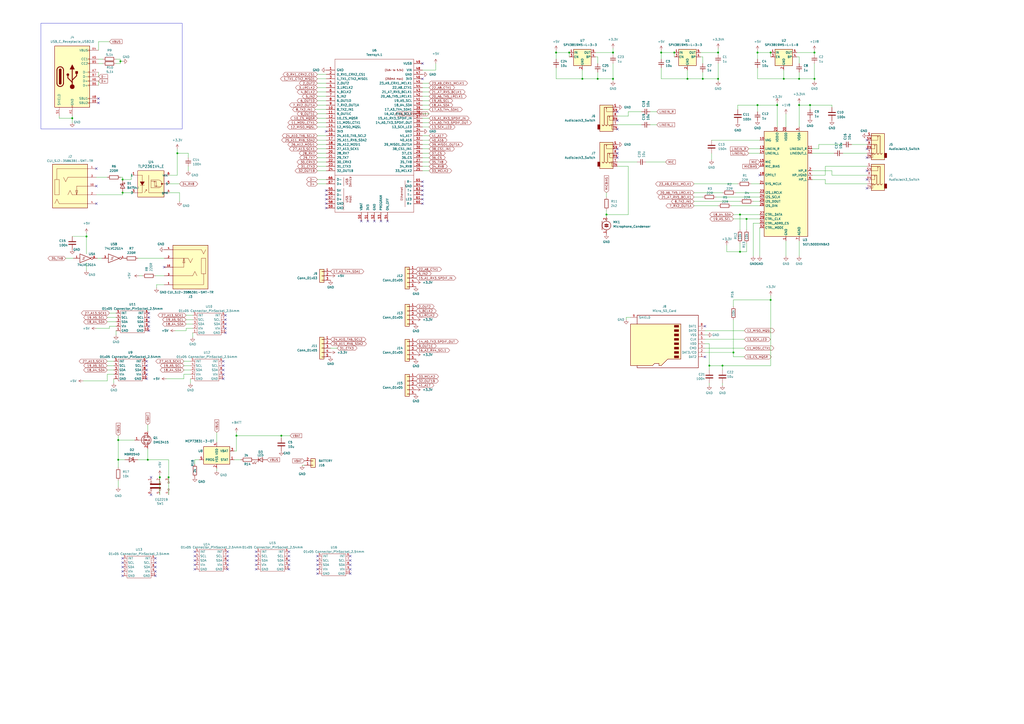
<source format=kicad_sch>
(kicad_sch (version 20231120) (generator "eeschema") (generator_version "8.0")
  (paper "A2")
  (junction (at 71.12 104.14))
  (junction (at 469.9 60.96))
  (junction (at 391.16 30.48))
  (junction (at 439.42 60.96))
  (junction (at 50.165 137.16))
  (junction (at 337.82 45.72))
  (junction (at 429.26 124.46))
  (junction (at 450.85 60.96))
  (junction (at 472.44 30.48))
  (junction (at 97.79 276.86))
  (junction (at 454.66 45.72))
  (junction (at 463.55 60.96))
  (junction (at 322.58 30.48))
  (junction (at 447.04 30.48))
  (junction (at 137.16 252.73))
  (junction (at 419.1 212.09))
  (junction (at 416.56 30.48))
  (junction (at 407.67 45.72))
  (junction (at 439.42 30.48))
  (junction (at 355.6 45.72))
  (junction (at 425.45 204.47))
  (junction (at 68.58 255.27))
  (junction (at 463.55 45.72))
  (junction (at 351.79 124.46))
  (junction (at 330.2 30.48))
  (junction (at 92.71 276.86))
  (junction (at 398.78 45.72))
  (junction (at 163.195 252.73))
  (junction (at 71.12 111.76))
  (junction (at 429.26 146.05))
  (junction (at 447.04 173.99))
  (junction (at 69.85 35.56))
  (junction (at 102.87 88.9))
  (junction (at 355.6 30.48))
  (junction (at 346.71 45.72))
  (junction (at 416.56 45.72))
  (junction (at 68.58 266.7))
  (junction (at 411.48 212.09))
  (junction (at 41.91 68.58))
  (junction (at 472.44 45.72))
  (junction (at 433.07 127))
  (junction (at 383.54 30.48))
  (junction (at 85.725 266.7))
  (no_connect (at 85.09 212.09))
  (no_connect (at 130.81 190.5))
  (no_connect (at 85.09 209.55))
  (no_connect (at 167.64 327.66))
  (no_connect (at 184.15 325.12))
  (no_connect (at 184.15 332.74))
  (no_connect (at 85.09 214.63))
  (no_connect (at 90.17 323.85))
  (no_connect (at 502.92 81.28))
  (no_connect (at 129.54 217.17))
  (no_connect (at 71.12 328.93))
  (no_connect (at 129.54 214.63))
  (no_connect (at 502.92 86.36))
  (no_connect (at 90.17 326.39))
  (no_connect (at 86.36 191.77))
  (no_connect (at 130.81 193.04))
  (no_connect (at 129.54 209.55))
  (no_connect (at 113.03 322.58))
  (no_connect (at 358.14 74.93))
  (no_connect (at 113.03 330.2))
  (no_connect (at 245.11 113.03))
  (no_connect (at 502.92 104.14))
  (no_connect (at 189.23 118.11))
  (no_connect (at 148.59 330.2))
  (no_connect (at 87.63 276.86))
  (no_connect (at 132.08 327.66))
  (no_connect (at 502.92 91.44))
  (no_connect (at 130.81 185.42))
  (no_connect (at 86.36 181.61))
  (no_connect (at 358.14 69.85))
  (no_connect (at 167.64 322.58))
  (no_connect (at 132.08 320.04))
  (no_connect (at 55.88 107.95))
  (no_connect (at 189.23 113.03))
  (no_connect (at 203.2 325.12))
  (no_connect (at 245.11 110.49))
  (no_connect (at 57.15 59.69))
  (no_connect (at 502.92 99.06))
  (no_connect (at 129.54 219.71))
  (no_connect (at 209.55 128.27))
  (no_connect (at 132.08 325.12))
  (no_connect (at 71.12 334.01))
  (no_connect (at 189.23 76.2))
  (no_connect (at 358.14 88.9))
  (no_connect (at 502.92 109.22))
  (no_connect (at 55.88 97.79))
  (no_connect (at 132.08 322.58))
  (no_connect (at 203.2 322.58))
  (no_connect (at 90.17 334.01))
  (no_connect (at 203.2 330.2))
  (no_connect (at 148.59 320.04))
  (no_connect (at 86.36 186.69))
  (no_connect (at 130.81 182.88))
  (no_connect (at 217.17 128.27))
  (no_connect (at 132.08 330.2))
  (no_connect (at 213.36 128.27))
  (no_connect (at 408.94 207.01))
  (no_connect (at 358.14 86.36))
  (no_connect (at 148.59 327.66))
  (no_connect (at 203.2 327.66))
  (no_connect (at 167.64 320.04))
  (no_connect (at 220.98 128.27))
  (no_connect (at 184.15 322.58))
  (no_connect (at 440.69 101.6))
  (no_connect (at 148.59 322.58))
  (no_connect (at 71.12 331.47))
  (no_connect (at 55.88 118.11))
  (no_connect (at 184.15 330.2))
  (no_connect (at 245.11 105.41))
  (no_connect (at 90.17 328.93))
  (no_connect (at 113.03 325.12))
  (no_connect (at 167.64 325.12))
  (no_connect (at 71.12 323.85))
  (no_connect (at 245.11 45.72))
  (no_connect (at 148.59 325.12))
  (no_connect (at 358.14 91.44))
  (no_connect (at 90.17 331.47))
  (no_connect (at 184.15 327.66))
  (no_connect (at 85.09 217.17))
  (no_connect (at 113.03 327.66))
  (no_connect (at 245.11 118.11))
  (no_connect (at 189.23 120.65))
  (no_connect (at 203.2 332.74))
  (no_connect (at 358.14 64.77))
  (no_connect (at 245.11 115.57))
  (no_connect (at 95.25 154.94))
  (no_connect (at 245.11 36.83))
  (no_connect (at 71.12 326.39))
  (no_connect (at 408.94 189.23))
  (no_connect (at 245.11 107.95))
  (no_connect (at 189.23 115.57))
  (no_connect (at 224.79 128.27))
  (no_connect (at 189.23 110.49))
  (no_connect (at 167.64 330.2))
  (no_connect (at 113.03 320.04))
  (no_connect (at 86.36 184.15))
  (no_connect (at 85.09 219.71))
  (no_connect (at 129.54 212.09))
  (no_connect (at 87.63 287.02))
  (no_connect (at 130.81 187.96))
  (no_connect (at 57.15 57.15))
  (no_connect (at 86.36 189.23))
  (wire (pts (xy 471.17 86.36) (xy 474.98 86.36)))
  (wire (pts (xy 447.04 30.48) (xy 447.04 33.02)))
  (wire (pts (xy 330.2 30.48) (xy 330.2 33.02)))
  (wire (pts (xy 135.89 266.7) (xy 139.7 266.7)))
  (wire (pts (xy 113.03 269.24) (xy 113.03 266.7)))
  (wire (pts (xy 248.92 73.66) (xy 245.11 73.66)))
  (wire (pts (xy 59.055 149.86) (xy 56.515 149.86)))
  (wire (pts (xy 137.16 261.62) (xy 137.16 252.73)))
  (wire (pts (xy 66.04 219.71) (xy 66.04 222.25)))
  (wire (pts (xy 469.9 60.96) (xy 463.55 60.96)))
  (wire (pts (xy 68.58 255.27) (xy 68.58 266.7)))
  (wire (pts (xy 184.15 88.9) (xy 189.23 88.9)))
  (wire (pts (xy 391.16 30.48) (xy 391.16 33.02)))
  (wire (pts (xy 71.12 102.87) (xy 71.12 104.14)))
  (wire (pts (xy 472.44 29.21) (xy 472.44 30.48)))
  (wire (pts (xy 383.54 30.48) (xy 383.54 34.29)))
  (wire (pts (xy 358.14 72.39) (xy 372.11 72.39)))
  (wire (pts (xy 463.55 45.72) (xy 472.44 45.72)))
  (wire (pts (xy 346.71 33.02) (xy 345.44 33.02)))
  (wire (pts (xy 408.94 199.39) (xy 411.48 199.39)))
  (wire (pts (xy 252.73 40.64) (xy 245.11 40.64)))
  (wire (pts (xy 62.23 214.63) (xy 66.04 214.63)))
  (wire (pts (xy 57.15 24.13) (xy 63.5 24.13)))
  (wire (pts (xy 248.92 48.26) (xy 245.11 48.26)))
  (wire (pts (xy 72.39 149.86) (xy 73.025 149.86)))
  (wire (pts (xy 69.85 35.56) (xy 71.12 35.56)))
  (wire (pts (xy 248.92 68.58) (xy 245.11 68.58)))
  (wire (pts (xy 462.28 30.48) (xy 472.44 30.48)))
  (wire (pts (xy 109.22 99.06) (xy 109.22 96.52)))
  (wire (pts (xy 447.04 171.45) (xy 447.04 173.99)))
  (wire (pts (xy 184.15 96.52) (xy 189.23 96.52)))
  (wire (pts (xy 355.6 46.99) (xy 355.6 45.72)))
  (wire (pts (xy 472.44 30.48) (xy 472.44 31.75)))
  (wire (pts (xy 463.55 59.69) (xy 463.55 60.96)))
  (wire (pts (xy 425.45 127) (xy 433.07 127)))
  (wire (pts (xy 78.105 255.27) (xy 68.58 255.27)))
  (wire (pts (xy 184.15 60.96) (xy 189.23 60.96)))
  (wire (pts (xy 429.26 124.46) (xy 440.69 124.46)))
  (wire (pts (xy 71.12 113.03) (xy 71.12 111.76)))
  (wire (pts (xy 184.15 50.8) (xy 189.23 50.8)))
  (wire (pts (xy 471.17 99.06) (xy 482.6 99.06)))
  (wire (pts (xy 184.15 71.12) (xy 189.23 71.12)))
  (wire (pts (xy 433.07 127) (xy 440.69 127)))
  (wire (pts (xy 248.92 71.12) (xy 245.11 71.12)))
  (wire (pts (xy 248.92 91.44) (xy 245.11 91.44)))
  (wire (pts (xy 97.79 266.7) (xy 97.79 276.86)))
  (wire (pts (xy 184.15 43.18) (xy 189.23 43.18)))
  (wire (pts (xy 67.31 191.77) (xy 67.31 194.31)))
  (wire (pts (xy 419.1 212.09) (xy 419.1 214.63)))
  (wire (pts (xy 454.66 40.64) (xy 454.66 45.72)))
  (wire (pts (xy 48.26 220.98) (xy 62.23 220.98)))
  (wire (pts (xy 419.1 212.09) (xy 447.04 212.09)))
  (wire (pts (xy 440.69 132.08) (xy 440.69 148.59)))
  (wire (pts (xy 137.16 252.73) (xy 163.195 252.73)))
  (wire (pts (xy 407.67 45.72) (xy 416.56 45.72)))
  (wire (pts (xy 358.14 96.52) (xy 364.49 96.52)))
  (wire (pts (xy 184.15 68.58) (xy 189.23 68.58)))
  (wire (pts (xy 322.58 39.37) (xy 322.58 45.72)))
  (wire (pts (xy 104.14 111.76) (xy 104.14 116.84)))
  (wire (pts (xy 429.26 133.35) (xy 429.26 124.46)))
  (wire (pts (xy 358.14 67.31) (xy 364.49 67.31)))
  (wire (pts (xy 248.92 55.88) (xy 245.11 55.88)))
  (wire (pts (xy 71.12 102.87) (xy 69.85 102.87)))
  (wire (pts (xy 101.6 191.77) (xy 107.95 191.77)))
  (wire (pts (xy 365.76 184.15) (xy 363.22 184.15)))
  (wire (pts (xy 439.42 60.96) (xy 450.85 60.96)))
  (wire (pts (xy 322.58 45.72) (xy 337.82 45.72)))
  (wire (pts (xy 472.44 46.99) (xy 472.44 45.72)))
  (wire (pts (xy 76.2 101.6) (xy 77.47 101.6)))
  (wire (pts (xy 184.15 73.66) (xy 189.23 73.66)))
  (wire (pts (xy 106.68 212.09) (xy 110.49 212.09)))
  (wire (pts (xy 106.68 209.55) (xy 110.49 209.55)))
  (wire (pts (xy 184.15 48.26) (xy 189.23 48.26)))
  (wire (pts (xy 68.58 266.7) (xy 68.58 271.145)))
  (wire (pts (xy 80.645 160.02) (xy 82.55 160.02)))
  (wire (pts (xy 494.03 83.82) (xy 502.92 83.82)))
  (wire (pts (xy 412.75 81.28) (xy 440.69 81.28)))
  (wire (pts (xy 62.23 220.98) (xy 62.23 217.17)))
  (wire (pts (xy 478.79 96.52) (xy 478.79 101.6)))
  (wire (pts (xy 34.29 67.31) (xy 34.29 68.58)))
  (wire (pts (xy 62.23 184.15) (xy 67.31 184.15)))
  (wire (pts (xy 76.2 104.14) (xy 71.12 104.14)))
  (wire (pts (xy 439.42 30.48) (xy 447.04 30.48)))
  (wire (pts (xy 455.93 139.7) (xy 455.93 148.59)))
  (wire (pts (xy 184.15 91.44) (xy 189.23 91.44)))
  (wire (pts (xy 478.79 106.68) (xy 502.92 106.68)))
  (wire (pts (xy 248.92 93.98) (xy 245.11 93.98)))
  (wire (pts (xy 415.29 114.3) (xy 440.69 114.3)))
  (wire (pts (xy 107.95 187.96) (xy 111.76 187.96)))
  (wire (pts (xy 469.9 63.5) (xy 469.9 60.96)))
  (wire (pts (xy 248.92 96.52) (xy 245.11 96.52)))
  (wire (pts (xy 248.92 66.04) (xy 245.11 66.04)))
  (wire (pts (xy 425.45 173.99) (xy 425.45 177.8)))
  (wire (pts (xy 41.91 68.58) (xy 41.91 71.12)))
  (wire (pts (xy 68.58 282.575) (xy 68.58 278.765)))
  (wire (pts (xy 381 72.39) (xy 377.19 72.39)))
  (wire (pts (xy 502.92 96.52) (xy 478.79 96.52)))
  (wire (pts (xy 386.08 93.98) (xy 374.65 93.98)))
  (wire (pts (xy 248.92 53.34) (xy 245.11 53.34)))
  (wire (pts (xy 184.15 58.42) (xy 189.23 58.42)))
  (wire (pts (xy 434.34 88.9) (xy 440.69 88.9)))
  (wire (pts (xy 482.6 99.06) (xy 482.6 101.6)))
  (wire (pts (xy 68.58 252.73) (xy 68.58 255.27)))
  (wire (pts (xy 351.79 111.76) (xy 351.79 114.3)))
  (wire (pts (xy 381 64.77) (xy 377.19 64.77)))
  (wire (pts (xy 69.85 36.83) (xy 67.31 36.83)))
  (wire (pts (xy 398.78 45.72) (xy 407.67 45.72)))
  (wire (pts (xy 398.78 40.64) (xy 398.78 45.72)))
  (wire (pts (xy 109.22 91.44) (xy 109.22 88.9)))
  (wire (pts (xy 355.6 27.94) (xy 355.6 30.48)))
  (wire (pts (xy 345.44 30.48) (xy 355.6 30.48)))
  (wire (pts (xy 482.6 62.23) (xy 482.6 60.96)))
  (wire (pts (xy 57.15 46.99) (xy 57.15 49.53)))
  (wire (pts (xy 411.48 199.39) (xy 411.48 212.09)))
  (wire (pts (xy 97.79 276.86) (xy 97.79 287.02)))
  (wire (pts (xy 97.79 101.6) (xy 102.87 101.6)))
  (wire (pts (xy 425.45 207.01) (xy 431.8 207.01)))
  (wire (pts (xy 383.54 29.21) (xy 383.54 30.48)))
  (wire (pts (xy 322.58 29.21) (xy 322.58 30.48)))
  (wire (pts (xy 447.04 173.99) (xy 447.04 212.09)))
  (wire (pts (xy 63.5 181.61) (xy 67.31 181.61)))
  (wire (pts (xy 110.49 219.71) (xy 110.49 222.25)))
  (wire (pts (xy 102.87 86.36) (xy 102.87 88.9)))
  (wire (pts (xy 364.49 124.46) (xy 351.79 124.46)))
  (wire (pts (xy 191.77 201.93) (xy 195.58 201.93)))
  (wire (pts (xy 402.59 116.84) (xy 429.26 116.84)))
  (wire (pts (xy 184.15 104.14) (xy 189.23 104.14)))
  (wire (pts (xy 346.71 41.91) (xy 346.71 45.72)))
  (wire (pts (xy 62.23 212.09) (xy 66.04 212.09)))
  (wire (pts (xy 184.15 66.04) (xy 189.23 66.04)))
  (wire (pts (xy 419.1 223.52) (xy 419.1 222.25)))
  (wire (pts (xy 416.56 45.72) (xy 416.56 36.83)))
  (wire (pts (xy 433.07 140.97) (xy 433.07 146.05)))
  (wire (pts (xy 57.15 29.21) (xy 57.15 24.13)))
  (wire (pts (xy 351.79 125.73) (xy 351.79 124.46)))
  (wire (pts (xy 38.1 149.86) (xy 42.545 149.86)))
  (wire (pts (xy 369.57 93.98) (xy 358.14 93.98)))
  (wire (pts (xy 407.67 33.02) (xy 406.4 33.02)))
  (wire (pts (xy 184.15 86.36) (xy 189.23 86.36)))
  (wire (pts (xy 402.59 114.3) (xy 407.67 114.3)))
  (wire (pts (xy 433.07 133.35) (xy 433.07 127)))
  (wire (pts (xy 41.91 67.31) (xy 41.91 68.58)))
  (wire (pts (xy 106.68 214.63) (xy 110.49 214.63)))
  (wire (pts (xy 439.42 39.37) (xy 439.42 45.72)))
  (wire (pts (xy 402.59 119.38) (xy 416.56 119.38)))
  (wire (pts (xy 184.15 45.72) (xy 189.23 45.72)))
  (wire (pts (xy 72.39 266.7) (xy 68.58 266.7)))
  (wire (pts (xy 427.99 60.96) (xy 439.42 60.96)))
  (wire (pts (xy 248.92 58.42) (xy 245.11 58.42)))
  (wire (pts (xy 455.93 66.04) (xy 455.93 73.66)))
  (wire (pts (xy 408.94 191.77) (xy 431.8 191.77)))
  (wire (pts (xy 85.725 260.35) (xy 85.725 266.7)))
  (wire (pts (xy 71.12 111.76) (xy 77.47 111.76)))
  (wire (pts (xy 95.25 165.1) (xy 90.805 165.1)))
  (wire (pts (xy 450.85 60.96) (xy 450.85 73.66)))
  (wire (pts (xy 337.82 45.72) (xy 346.71 45.72)))
  (wire (pts (xy 439.42 64.77) (xy 439.42 60.96)))
  (wire (pts (xy 474.98 83.82) (xy 488.95 83.82)))
  (wire (pts (xy 411.48 223.52) (xy 411.48 222.25)))
  (wire (pts (xy 34.29 68.58) (xy 41.91 68.58)))
  (wire (pts (xy 463.55 41.91) (xy 463.55 45.72)))
  (wire (pts (xy 346.71 45.72) (xy 355.6 45.72)))
  (wire (pts (xy 412.75 88.9) (xy 412.75 92.71)))
  (wire (pts (xy 252.73 36.83) (xy 252.73 40.64)))
  (wire (pts (xy 402.59 111.76) (xy 419.1 111.76)))
  (wire (pts (xy 436.88 129.54) (xy 436.88 148.59)))
  (wire (pts (xy 402.59 106.68) (xy 427.99 106.68)))
  (wire (pts (xy 416.56 30.48) (xy 416.56 31.75)))
  (wire (pts (xy 175.26 269.875) (xy 176.53 269.875)))
  (wire (pts (xy 248.92 78.74) (xy 245.11 78.74)))
  (wire (pts (xy 85.725 266.7) (xy 97.79 266.7)))
  (wire (pts (xy 184.15 81.28) (xy 189.23 81.28)))
  (wire (pts (xy 407.67 36.83) (xy 407.67 33.02)))
  (wire (pts (xy 113.03 266.7) (xy 115.57 266.7)))
  (wire (pts (xy 55.88 113.03) (xy 71.12 113.03)))
  (wire (pts (xy 383.54 39.37) (xy 383.54 45.72)))
  (wire (pts (xy 383.54 45.72) (xy 398.78 45.72)))
  (wire (pts (xy 408.94 201.93) (xy 431.8 201.93)))
  (wire (pts (xy 364.49 67.31) (xy 364.49 64.77)))
  (wire (pts (xy 440.69 129.54) (xy 436.88 129.54)))
  (wire (pts (xy 248.92 60.96) (xy 245.11 60.96)))
  (wire (pts (xy 184.15 55.88) (xy 189.23 55.88)))
  (wire (pts (xy 406.4 30.48) (xy 416.56 30.48)))
  (wire (pts (xy 337.82 40.64) (xy 337.82 45.72)))
  (wire (pts (xy 425.45 124.46) (xy 429.26 124.46)))
  (wire (pts (xy 363.22 184.15) (xy 363.22 185.42)))
  (wire (pts (xy 184.15 93.98) (xy 189.23 93.98)))
  (wire (pts (xy 107.95 182.88) (xy 111.76 182.88)))
  (wire (pts (xy 248.92 99.06) (xy 245.11 99.06)))
  (wire (pts (xy 248.92 83.82) (xy 245.11 83.82)))
  (wire (pts (xy 107.95 185.42) (xy 111.76 185.42)))
  (wire (pts (xy 463.55 36.83) (xy 463.55 33.02)))
  (wire (pts (xy 463.55 60.96) (xy 463.55 73.66)))
  (wire (pts (xy 135.89 261.62) (xy 137.16 261.62)))
  (wire (pts (xy 62.23 209.55) (xy 66.04 209.55)))
  (wire (pts (xy 184.15 99.06) (xy 189.23 99.06)))
  (wire (pts (xy 482.6 101.6) (xy 502.92 101.6)))
  (wire (pts (xy 488.95 88.9) (xy 502.92 88.9)))
  (wire (pts (xy 248.92 81.28) (xy 245.11 81.28)))
  (wire (pts (xy 355.6 45.72) (xy 355.6 36.83)))
  (wire (pts (xy 474.98 86.36) (xy 474.98 83.82)))
  (wire (pts (xy 62.23 186.69) (xy 67.31 186.69)))
  (wire (pts (xy 410.21 194.31) (xy 408.94 194.31)))
  (wire (pts (xy 90.17 160.02) (xy 95.25 160.02)))
  (wire (pts (xy 182.88 63.5) (xy 189.23 63.5)))
  (wire (pts (xy 478.79 101.6) (xy 471.17 101.6)))
  (wire (pts (xy 439.42 30.48) (xy 439.42 34.29)))
  (wire (pts (xy 463.55 33.02) (xy 462.28 33.02)))
  (wire (pts (xy 137.16 252.73) (xy 137.16 250.825)))
  (wire (pts (xy 383.54 30.48) (xy 391.16 30.48)))
  (wire (pts (xy 454.66 45.72) (xy 463.55 45.72)))
  (wire (pts (xy 436.88 116.84) (xy 440.69 116.84)))
  (wire (pts (xy 425.45 173.99) (xy 447.04 173.99)))
  (wire (pts (xy 471.17 104.14) (xy 478.79 104.14)))
  (wire (pts (xy 450.85 59.69) (xy 450.85 60.96)))
  (wire (pts (xy 90.805 165.1) (xy 90.805 167.005)))
  (wire (pts (xy 63.5 190.5) (xy 63.5 189.23)))
  (wire (pts (xy 106.68 219.71) (xy 106.68 217.17)))
  (wire (pts (xy 67.31 34.29) (xy 69.85 34.29)))
  (wire (pts (xy 471.17 88.9) (xy 483.87 88.9)))
  (wire (pts (xy 416.56 46.99) (xy 416.56 45.72)))
  (wire (pts (xy 439.42 45.72) (xy 454.66 45.72)))
  (wire (pts (xy 109.22 88.9) (xy 102.87 88.9)))
  (wire (pts (xy 364.49 96.52) (xy 364.49 124.46)))
  (wire (pts (xy 427.99 63.5) (xy 427.99 60.96)))
  (wire (pts (xy 439.42 29.21) (xy 439.42 30.48)))
  (wire (pts (xy 57.15 34.29) (xy 59.69 34.29)))
  (wire (pts (xy 351.79 124.46) (xy 351.79 121.92)))
  (wire (pts (xy 425.45 185.42) (xy 425.45 204.47)))
  (wire (pts (xy 62.23 217.17) (xy 66.04 217.17)))
  (wire (pts (xy 322.58 30.48) (xy 322.58 34.29)))
  (wire (pts (xy 425.45 207.01) (xy 425.45 204.47)))
  (wire (pts (xy 424.18 119.38) (xy 440.69 119.38)))
  (wire (pts (xy 463.55 139.7) (xy 463.55 148.59)))
  (wire (pts (xy 411.48 212.09) (xy 419.1 212.09)))
  (wire (pts (xy 248.92 88.9) (xy 245.11 88.9)))
  (wire (pts (xy 184.15 78.74) (xy 189.23 78.74)))
  (wire (pts (xy 125.73 250.825) (xy 125.73 256.54)))
  (wire (pts (xy 408.94 204.47) (xy 425.45 204.47)))
  (wire (pts (xy 416.56 27.94) (xy 416.56 30.48)))
  (wire (pts (xy 63.5 189.23) (xy 67.31 189.23)))
  (wire (pts (xy 429.26 146.05) (xy 421.64 146.05)))
  (wire (pts (xy 97.79 106.68) (xy 104.14 106.68)))
  (wire (pts (xy 184.15 83.82) (xy 189.23 83.82)))
  (wire (pts (xy 57.15 44.45) (xy 57.15 41.91)))
  (wire (pts (xy 346.71 36.83) (xy 346.71 33.02)))
  (wire (pts (xy 97.79 111.76) (xy 104.14 111.76)))
  (wire (pts (xy 92.71 276.86) (xy 92.71 287.02)))
  (wire (pts (xy 184.15 53.34) (xy 189.23 53.34)))
  (wire (pts (xy 69.85 35.56) (xy 69.85 36.83)))
  (wire (pts (xy 57.15 36.83) (xy 59.69 36.83)))
  (wire (pts (xy 426.72 111.76) (xy 440.69 111.76)))
  (wire (pts (xy 50.165 156.845) (xy 50.165 152.4)))
  (wire (pts (xy 421.64 146.05) (xy 421.64 142.24)))
  (wire (pts (xy 408.94 196.85) (xy 431.8 196.85)))
  (wire (pts (xy 355.6 30.48) (xy 355.6 31.75)))
  (wire (pts (xy 433.07 146.05) (xy 429.26 146.05)))
  (wire (pts (xy 55.88 102.87) (xy 62.23 102.87)))
  (wire (pts (xy 248.92 50.8) (xy 245.11 50.8)))
  (wire (pts (xy 96.52 219.71) (xy 106.68 219.71)))
  (wire (pts (xy 107.95 190.5) (xy 111.76 190.5)))
  (wire (pts (xy 482.6 60.96) (xy 469.9 60.96)))
  (wire (pts (xy 50.165 137.16) (xy 50.165 147.32)))
  (wire (pts (xy 478.79 104.14) (xy 478.79 106.68)))
  (wire (pts (xy 111.76 193.04) (xy 111.76 195.58)))
  (wire (pts (xy 69.85 34.29) (xy 69.85 35.56)))
  (wire (pts (xy 50.165 135.255) (xy 50.165 137.16)))
  (wire (pts (xy 472.44 45.72) (xy 472.44 36.83)))
  (wire (pts (xy 80.01 149.86) (xy 95.25 149.86)))
  (wire (pts (xy 125.73 273.05) (xy 125.73 271.78)))
  (wire (pts (xy 407.67 41.91) (xy 407.67 45.72)))
  (wire (pts (xy 248.92 63.5) (xy 245.11 63.5)))
  (wire (pts (xy 85.725 246.38) (xy 85.725 250.19)))
  (wire (pts (xy 184.15 106.68) (xy 189.23 106.68)))
  (wire (pts (xy 322.58 30.48) (xy 330.2 30.48)))
  (wire (pts (xy 80.01 266.7) (xy 85.725 266.7)))
  (wire (pts (xy 435.61 106.68) (xy 440.69 106.68)))
  (wire (pts (xy 364.49 64.77) (xy 372.11 64.77)))
  (wire (pts (xy 55.88 190.5) (xy 63.5 190.5)))
  (wire (pts (xy 429.26 140.97) (xy 429.26 146.05)))
  (wire (pts (xy 248.92 86.36) (xy 245.11 86.36)))
  (wire (pts (xy 102.87 88.9) (xy 102.87 101.6)))
  (wire (pts (xy 107.95 191.77) (xy 107.95 190.5)))
  (wire (pts (xy 92.71 275.59) (xy 92.71 276.86)))
  (wire (pts (xy 41.91 137.16) (xy 50.165 137.16)))
  (wire (pts (xy 163.195 252.73) (xy 163.195 254)))
  (wire (pts (xy 76.2 101.6) (xy 76.2 104.14)))
  (wire (pts (xy 434.34 86.36) (xy 440.69 86.36)))
  (wire (pts (xy 163.195 252.73) (xy 168.275 252.73)))
  (wire (pts (xy 411.48 212.09) (xy 411.48 214.63)))
  (wire (pts (xy 106.68 217.17) (xy 110.49 217.17)))
  (rectangle (start 23.749 13.462) (end 105.664 74.803))
  (global_label "20_A6_TX5_LRCLK1" (shape bidirectional) (at 402.59 111.76 180) (property "Intersheetrefs" "${INTERSHEET_REFS}" (effects (hide yes))))
  (global_label "22_A8_CTX1" (shape bidirectional) (at 248.92 50.8 0) (property "Intersheetrefs" "${INTERSHEET_REFS}" (effects (hide yes))))
  (global_label "37_CS" (shape bidirectional) (at 248.92 88.9 0) (property "Intersheetrefs" "${INTERSHEET_REFS}" (effects (hide yes))))
  (global_label "25_A11_RX6_SDA2" (shape bidirectional) (at 184.15 81.28 180) (property "Intersheetrefs" "${INTERSHEET_REFS}" (effects (hide yes))))
  (global_label "27_A13_SCK1" (shape bidirectional) (at 107.95 182.88 180) (property "Intersheetrefs" "${INTERSHEET_REFS}" (effects (hide yes))))
  (global_label "3_LRCLK2" (shape bidirectional) (at 241.3 182.88 0) (property "Intersheetrefs" "${INTERSHEET_REFS}" (effects (hide yes))))
  (global_label "17_A3_TX4_SDA1" (shape bidirectional) (at 191.77 157.48 0) (property "Intersheetrefs" "${INTERSHEET_REFS}" (effects (hide yes))))
  (global_label "3_LRCLK2" (shape bidirectional) (at 184.15 50.8 180) (property "Intersheetrefs" "${INTERSHEET_REFS}" (effects (hide yes))))
  (global_label "5_IN2" (shape bidirectional) (at 241.3 158.75 0) (property "Intersheetrefs" "${INTERSHEET_REFS}" (effects (hide yes))))
  (global_label "MIC" (shape input) (at 440.69 93.98 180) (property "Intersheetrefs" "${INTERSHEET_REFS}" (effects (hide yes))))
  (global_label "12_MISO_MQSL" (shape bidirectional) (at 431.8 191.77 0) (property "Intersheetrefs" "${INTERSHEET_REFS}" (effects (hide yes))))
  (global_label "35_TX8" (shape bidirectional) (at 248.92 93.98 0) (property "Intersheetrefs" "${INTERSHEET_REFS}" (effects (hide yes))))
  (global_label "VBUS" (shape input) (at 154.94 266.7 0) (property "Intersheetrefs" "${INTERSHEET_REFS}" (effects (hide yes))))
  (global_label "9_OUT1C" (shape bidirectional) (at 241.3 200.66 0) (property "Intersheetrefs" "${INTERSHEET_REFS}" (effects (hide yes))))
  (global_label "32_OUT1B" (shape bidirectional) (at 241.3 220.98 0) (property "Intersheetrefs" "${INTERSHEET_REFS}" (effects (hide yes))))
  (global_label "19_A5_SCL" (shape bidirectional) (at 106.68 212.09 180) (property "Intersheetrefs" "${INTERSHEET_REFS}" (effects (hide yes))))
  (global_label "32_OUT1B" (shape bidirectional) (at 184.15 99.06 180) (property "Intersheetrefs" "${INTERSHEET_REFS}" (effects (hide yes))))
  (global_label "4_BCLK2" (shape bidirectional) (at 184.15 53.34 180) (property "Intersheetrefs" "${INTERSHEET_REFS}" (effects (hide yes))))
  (global_label "5_IN2" (shape bidirectional) (at 184.15 55.88 180) (property "Intersheetrefs" "${INTERSHEET_REFS}" (effects (hide yes))))
  (global_label "40_A16" (shape bidirectional) (at 248.92 81.28 0) (property "Intersheetrefs" "${INTERSHEET_REFS}" (effects (hide yes))))
  (global_label "23_A9_CRX1_MCLK1" (shape bidirectional) (at 248.92 48.26 0) (property "Intersheetrefs" "${INTERSHEET_REFS}" (effects (hide yes))))
  (global_label "15_A1_RX3_SPDIF_IN" (shape bidirectional) (at 241.3 161.29 0) (property "Intersheetrefs" "${INTERSHEET_REFS}" (effects (hide yes))))
  (global_label "7_RX2_OUT1A" (shape bidirectional) (at 184.15 60.96 180) (property "Intersheetrefs" "${INTERSHEET_REFS}" (effects (hide yes))))
  (global_label "19_A5_SCL" (shape bidirectional) (at 107.95 185.42 180) (property "Intersheetrefs" "${INTERSHEET_REFS}" (effects (hide yes))))
  (global_label "18_A4_SDA" (shape bidirectional) (at 62.23 186.69 180) (property "Intersheetrefs" "${INTERSHEET_REFS}" (effects (hide yes))))
  (global_label "33_MCLK2" (shape bidirectional) (at 248.92 99.06 0) (property "Intersheetrefs" "${INTERSHEET_REFS}" (effects (hide yes))))
  (global_label "21_A7_RX5_BCLK1" (shape bidirectional) (at 402.59 114.3 180) (property "Intersheetrefs" "${INTERSHEET_REFS}" (effects (hide yes))))
  (global_label "25_A11_RX6_SDA2" (shape bidirectional) (at 191.77 199.39 0) (property "Intersheetrefs" "${INTERSHEET_REFS}" (effects (hide yes))))
  (global_label "VBUS" (shape input) (at 63.5 24.13 0) (property "Intersheetrefs" "${INTERSHEET_REFS}" (effects (hide yes))))
  (global_label "1_TX1_CTX2_MISO1" (shape bidirectional) (at 184.15 45.72 180) (property "Intersheetrefs" "${INTERSHEET_REFS}" (effects (hide yes))))
  (global_label "19_A5_SCL" (shape bidirectional) (at 248.92 58.42 0) (property "Intersheetrefs" "${INTERSHEET_REFS}" (effects (hide yes))))
  (global_label "12_MISO_MQSL" (shape bidirectional) (at 184.15 73.66 180) (property "Intersheetrefs" "${INTERSHEET_REFS}" (effects (hide yes))))
  (global_label "6_OUT1D" (shape bidirectional) (at 184.15 58.42 180) (property "Intersheetrefs" "${INTERSHEET_REFS}" (effects (hide yes))))
  (global_label "18_A4_SDA" (shape bidirectional) (at 425.45 124.46 180) (property "Intersheetrefs" "${INTERSHEET_REFS}" (effects (hide yes))))
  (global_label "LINEIN_R" (shape input) (at 381 64.77 0) (property "Intersheetrefs" "${INTERSHEET_REFS}" (effects (hide yes))))
  (global_label "13_SCK_LED" (shape bidirectional) (at 431.8 196.85 0) (property "Intersheetrefs" "${INTERSHEET_REFS}" (effects (hide yes))))
  (global_label "23_A9_CRX1_MCLK1" (shape bidirectional) (at 402.59 106.68 180) (property "Intersheetrefs" "${INTERSHEET_REFS}" (effects (hide yes))))
  (global_label "9_OUT1C" (shape bidirectional) (at 184.15 66.04 180) (property "Intersheetrefs" "${INTERSHEET_REFS}" (effects (hide yes))))
  (global_label "19_A5_SCL" (shape bidirectional) (at 425.45 127 180) (property "Intersheetrefs" "${INTERSHEET_REFS}" (effects (hide yes))))
  (global_label "18_A4_SDA" (shape bidirectional) (at 106.68 214.63 180) (property "Intersheetrefs" "${INTERSHEET_REFS}" (effects (hide yes))))
  (global_label "MICBIAS" (shape input) (at 351.79 111.76 90) (property "Intersheetrefs" "${INTERSHEET_REFS}" (effects (hide yes))))
  (global_label "18_A4_SDA" (shape bidirectional) (at 107.95 187.96 180) (property "Intersheetrefs" "${INTERSHEET_REFS}" (effects (hide yes))))
  (global_label "27_A13_SCK1" (shape bidirectional) (at 62.23 209.55 180) (property "Intersheetrefs" "${INTERSHEET_REFS}" (effects (hide yes))))
  (global_label "28_RX7" (shape bidirectional) (at 184.15 88.9 180) (property "Intersheetrefs" "${INTERSHEET_REFS}" (effects (hide yes))))
  (global_label "D-" (shape input) (at 57.15 44.45 0) (property "Intersheetrefs" "${INTERSHEET_REFS}" (effects (hide yes))))
  (global_label "D-" (shape bidirectional) (at 184.15 104.14 180) (property "Intersheetrefs" "${INTERSHEET_REFS}" (effects (hide yes))))
  (global_label "39_MISO1_OUT1A" (shape bidirectional) (at 248.92 83.82 0) (property "Intersheetrefs" "${INTERSHEET_REFS}" (effects (hide yes))))
  (global_label "26_A12_MOSI1" (shape bidirectional) (at 184.15 83.82 180) (property "Intersheetrefs" "${INTERSHEET_REFS}" (effects (hide yes))))
  (global_label "D+" (shape bidirectional) (at 184.15 106.68 180) (property "Intersheetrefs" "${INTERSHEET_REFS}" (effects (hide yes))))
  (global_label "8_TX2_IN1" (shape bidirectional) (at 402.59 116.84 180) (property "Intersheetrefs" "${INTERSHEET_REFS}" (effects (hide yes))))
  (global_label "MIC" (shape input) (at 386.08 93.98 0) (property "Intersheetrefs" "${INTERSHEET_REFS}" (effects (hide yes))))
  (global_label "41_A17" (shape bidirectional) (at 241.3 223.52 0) (property "Intersheetrefs" "${INTERSHEET_REFS}" (effects (hide yes))))
  (global_label "21_A7_RX5_BCLK1" (shape bidirectional) (at 248.92 53.34 0) (property "Intersheetrefs" "${INTERSHEET_REFS}" (effects (hide yes))))
  (global_label "20_A6_TX5_LRCLK1" (shape bidirectional) (at 248.92 55.88 0) (property "Intersheetrefs" "${INTERSHEET_REFS}" (effects (hide yes))))
  (global_label "27_A13_SCK1" (shape bidirectional) (at 106.68 209.55 180) (property "Intersheetrefs" "${INTERSHEET_REFS}" (effects (hide yes))))
  (global_label "31_CTX3" (shape bidirectional) (at 184.15 96.52 180) (property "Intersheetrefs" "${INTERSHEET_REFS}" (effects (hide yes))))
  (global_label "LINEIN_R" (shape input) (at 434.34 86.36 180) (property "Intersheetrefs" "${INTERSHEET_REFS}" (effects (hide yes))))
  (global_label "8_TX2_IN1" (shape bidirectional) (at 182.88 63.5 180) (property "Intersheetrefs" "${INTERSHEET_REFS}" (effects (hide yes))))
  (global_label "36_CS" (shape bidirectional) (at 248.92 91.44 0) (property "Intersheetrefs" "${INTERSHEET_REFS}" (effects (hide yes))))
  (global_label "0_RX1_CRX2_CS1" (shape bidirectional) (at 184.15 43.18 180) (property "Intersheetrefs" "${INTERSHEET_REFS}" (effects (hide yes))))
  (global_label "VBAT" (shape input) (at 176.53 267.335 180) (property "Intersheetrefs" "${INTERSHEET_REFS}" (effects (hide yes))))
  (global_label "2_OUT2" (shape bidirectional) (at 241.3 177.8 0) (property "Intersheetrefs" "${INTERSHEET_REFS}" (effects (hide yes))))
  (global_label "27_A13_SCK1" (shape bidirectional) (at 184.15 86.36 180) (property "Intersheetrefs" "${INTERSHEET_REFS}" (effects (hide yes))))
  (global_label "34_RX8" (shape bidirectional) (at 248.92 96.52 0) (property "Intersheetrefs" "${INTERSHEET_REFS}" (effects (hide yes))))
  (global_label "10_CS_MQSR" (shape bidirectional) (at 431.8 207.01 0) (property "Intersheetrefs" "${INTERSHEET_REFS}" (effects (hide yes))))
  (global_label "LINEIN_L" (shape input) (at 434.34 88.9 180) (property "Intersheetrefs" "${INTERSHEET_REFS}" (effects (hide yes))))
  (global_label "13_SCK_LED" (shape bidirectional) (at 248.92 73.66 0) (property "Intersheetrefs" "${INTERSHEET_REFS}" (effects (hide yes))))
  (global_label "31_CTX3" (shape bidirectional) (at 195.58 201.93 0) (property "Intersheetrefs" "${INTERSHEET_REFS}" (effects (hide yes))))
  (global_label "38_CS1_IN1" (shape bidirectional) (at 248.92 86.36 0) (property "Intersheetrefs" "${INTERSHEET_REFS}" (effects (hide yes))))
  (global_label "14_A0_TX3_SPDIF_OUT" (shape bidirectional) (at 248.92 71.12 0) (property "Intersheetrefs" "${INTERSHEET_REFS}" (effects (hide yes))))
  (global_label "18_A4_SDA" (shape bidirectional) (at 248.92 60.96 0) (property "Intersheetrefs" "${INTERSHEET_REFS}" (effects (hide yes))))
  (global_label "24_A10_TX6_SCL2" (shape bidirectional) (at 184.15 78.74 180) (property "Intersheetrefs" "${INTERSHEET_REFS}" (effects (hide yes))))
  (global_label "11_MOSI_CTX1" (shape bidirectional) (at 184.15 71.12 180) (property "Intersheetrefs" "${INTERSHEET_REFS}" (effects (hide yes))))
  (global_label "27_A13_SCK1" (shape bidirectional) (at 63.5 181.61 180) (property "Intersheetrefs" "${INTERSHEET_REFS}" (effects (hide yes))))
  (global_label "35_TX8" (shape bidirectional) (at 38.1 149.86 180) (property "Intersheetrefs" "${INTERSHEET_REFS}" (effects (hide yes))))
  (global_label "14_A0_TX3_SPDIF_OUT" (shape bidirectional) (at 241.3 198.12 0) (property "Intersheetrefs" "${INTERSHEET_REFS}" (effects (hide yes))))
  (global_label "34_RX8" (shape bidirectional) (at 104.14 106.68 0) (property "Intersheetrefs" "${INTERSHEET_REFS}" (effects (hide yes))))
  (global_label "VBAT" (shape input) (at 168.275 252.73 0) (property "Intersheetrefs" "${INTERSHEET_REFS}" (effects (hide yes))))
  (global_label "19_A5_SCL" (shape bidirectional) (at 62.23 212.09 180) (property "Intersheetrefs" "${INTERSHEET_REFS}" (effects (hide yes))))
  (global_label "19_A5_SCL" (shape bidirectional) (at 62.23 184.15 180) (property "Intersheetrefs" "${INTERSHEET_REFS}" (effects (hide yes))))
  (global_label "VBUS" (shape input) (at 68.58 252.73 90) (property "Intersheetrefs" "${INTERSHEET_REFS}" (effects (hide yes))))
  (global_label "41_A17" (shape bidirectional) (at 248.92 78.74 0) (property "Intersheetrefs" "${INTERSHEET_REFS}" (effects (hide yes))))
  (global_label "16_A2_RX4_SCL1" (shape bidirectional) (at 248.92 66.04 180) (property "Intersheetrefs" "${INTERSHEET_REFS}" (effects (hide yes))))
  (global_label "30_CRX3" (shape bidirectional) (at 184.15 93.98 180) (property "Intersheetrefs" "${INTERSHEET_REFS}" (effects (hide yes))))
  (global_label "7_RX2_OUT1A" (shape bidirectional) (at 402.59 119.38 180) (property "Intersheetrefs" "${INTERSHEET_REFS}" (effects (hide yes))))
  (global_label "18_A4_SDA" (shape bidirectional) (at 62.23 214.63 180) (property "Intersheetrefs" "${INTERSHEET_REFS}" (effects (hide yes))))
  (global_label "MICBIAS" (shape input) (at 440.69 96.52 180) (property "Intersheetrefs" "${INTERSHEET_REFS}" (effects (hide yes))))
  (global_label "29_TX7" (shape bidirectional) (at 184.15 91.44 180) (property "Intersheetrefs" "${INTERSHEET_REFS}" (effects (hide yes))))
  (global_label "33_MCLK2" (shape bidirectional) (at 241.3 218.44 0) (property "Intersheetrefs" "${INTERSHEET_REFS}" (effects (hide yes))))
  (global_label "VBAT" (shape input) (at 85.725 246.38 90) (property "Intersheetrefs" "${INTERSHEET_REFS}" (effects (hide yes))))
  (global_label "10_CS_MQSR" (shape bidirectional) (at 184.15 68.58 180) (property "Intersheetrefs" "${INTERSHEET_REFS}" (effects (hide yes))))
  (global_label "16_A2_RX4_SCL1" (shape bidirectional) (at 241.3 203.2 0) (property "Intersheetrefs" "${INTERSHEET_REFS}" (effects (hide yes))))
  (global_label "24_A10_TX6_SCL2" (shape bidirectional) (at 191.77 196.85 0) (property "Intersheetrefs" "${INTERSHEET_REFS}" (effects (hide yes))))
  (global_label "D+" (shape input) (at 57.15 46.99 0) (property "Intersheetrefs" "${INTERSHEET_REFS}" (effects (hide yes))))
  (global_label "LINEIN_L" (shape input) (at 381 72.39 0) (property "Intersheetrefs" "${INTERSHEET_REFS}" (effects (hide yes))))
  (global_label "VBUS" (shape input) (at 125.73 250.825 90) (property "Intersheetrefs" "${INTERSHEET_REFS}" (effects (hide yes))))
  (global_label "4_BCLK2" (shape bidirectional) (at 241.3 180.34 0) (property "Intersheetrefs" "${INTERSHEET_REFS}" (effects (hide yes))))
  (global_label "2_OUT2" (shape bidirectional) (at 184.15 48.26 180) (property "Intersheetrefs" "${INTERSHEET_REFS}" (effects (hide yes))))
  (global_label "11_MOSI_CTX1" (shape bidirectional) (at 431.8 201.93 0) (property "Intersheetrefs" "${INTERSHEET_REFS}" (effects (hide yes))))
  (global_label "22_A8_CTX1" (shape bidirectional) (at 241.3 156.21 0) (property "Intersheetrefs" "${INTERSHEET_REFS}" (effects (hide yes))))
  (global_label "17_A3_TX4_SDA1" (shape bidirectional) (at 248.92 63.5 0) (property "Intersheetrefs" "${INTERSHEET_REFS}" (effects (hide yes))))
  (global_label "15_A1_RX3_SPDIF_IN" (shape bidirectional) (at 248.92 68.58 0) (property "Intersheetrefs" "${INTERSHEET_REFS}" (effects (hide yes))))
  (symbol (lib_id "power:+3.3V") (at 191.77 204.47 270) (unit 1)
    (property "Reference" "#PWR048" (effects (hide yes)))
    (property "Value" "+3.3V" (at 195.58 204.4699 90) (effects (justify left)))
  )
  (symbol (lib_id "Device:C_Small") (at 416.56 34.29 0) (unit 1)
    (property "Reference" "C1" (at 419.1 33.0263 0) (effects (justify left)))
    (property "Value" "1u" (at 419.1 35.5663 0) (effects (justify left)))
    (property "Footprint" "Capacitor_SMD:C_0402_1005Metric" (effects (hide yes)))
    (property "lcsc#" "C52923" (effects (hide yes)))
  )
  (symbol (lib_id "power:GND") (at 355.6 46.99 0) (unit 1)
    (property "Reference" "#PWR055" (effects (hide yes)))
    (property "Value" "GND" (at 355.6 51.435 0))
  )
  (symbol (lib_id "Device:LED") (at 151.13 266.7 0) (unit 1)
    (property "Reference" "D3" (at 151.13 262.255 0))
    (property "Value" "LED" (at 151.13 264.16 0))
    (property "Footprint" "LED_SMD:LED_0603_1608Metric" (effects (hide yes)))
    (property "lcsc#" "C2286" (effects (hide yes)))
  )
  (symbol (lib_id "power:+5V") (at 383.54 29.21 0) (unit 1)
    (property "Reference" "#PWR03" (effects (hide yes)))
    (property "Value" "+5V" (at 383.54 24.13 0))
  )
  (symbol (lib_id "Device:Q_PMOS_GSD") (at 83.185 255.27 0) (unit 1)
    (property "Reference" "Q1" (at 88.9 254 0) (effects (justify left)))
    (property "Value" "DMG3415" (at 88.9 256.54 0) (effects (justify left)))
    (property "Footprint" "Package_TO_SOT_SMD:SOT-23" (effects (hide yes)))
    (property "lcsc#" "C7202986" (effects (hide yes)))
  )
  (symbol (lib_id "power:GND") (at 410.21 194.31 90) (unit 1)
    (property "Reference" "#PWR039" (effects (hide yes)))
    (property "Value" "GND" (at 417.195 194.31 90) (effects (justify left)))
  )
  (symbol (lib_id "power:GND") (at 71.12 35.56 90) (unit 1)
    (property "Reference" "#PWR032" (effects (hide yes)))
    (property "Value" "GND" (at 71.12 33.02 90) (effects (justify right)))
  )
  (symbol (lib_id "Device:R") (at 422.91 111.76 90) (unit 1)
    (property "Reference" "R2" (at 423.164 106.934 90))
    (property "Value" "22R" (at 423.164 109.474 90))
    (property "Footprint" "Resistor_SMD:R_0402_1005Metric" (effects (hide yes)))
    (property "lcsc#" "C25092" (effects (hide yes)))
  )
  (symbol (lib_id "Device:R") (at 76.2 149.86 90) (unit 1)
    (property "Reference" "R7" (at 76.2 144.145 90))
    (property "Value" "220R" (at 76.2 146.685 90))
    (property "Footprint" "Resistor_SMD:R_0603_1608Metric" (effects (hide yes)))
    (property "lcsc#" "C22962" (effects (hide yes)))
  )
  (symbol (lib_id "power:GND") (at 241.3 208.28 0) (mirror y) (unit 1)
    (property "Reference" "#PWR062" (effects (hide yes)))
    (property "Value" "GND" (at 241.3 212.344 0))
  )
  (symbol (lib_id "Connector_Audio:AudioJack3_Switch") (at 353.06 88.9 0) (unit 1)
    (property "Reference" "J7" (at 345.44 88.8999 0) (effects (justify right)))
    (property "Value" "AudioJack3_Switch" (at 345.44 91.4399 0) (effects (justify right)))
    (property "Footprint" "Connector_Audio:Jack_6.35mm_Neutrik_NMJ6HCD2_Horizontal" (effects (hide yes)))
    (property "Description" "Audio Jack, 3 Poles (Stereo / TRS), Switched Poles (Normalling)" (effects (hide yes)))
    (property "lcsc#" "C368502" (effects (hide yes)))
  )
  (symbol (lib_id "power:GND") (at 109.22 99.06 0) (mirror y) (unit 1)
    (property "Reference" "#PWR023" (effects (hide yes)))
    (property "Value" "GND" (at 113.03 101.6 0))
  )
  (symbol (lib_id "power:+3.3V") (at 241.3 226.06 270) (unit 1)
    (property "Reference" "#PWR063" (effects (hide yes)))
    (property "Value" "+3.3V" (at 245.11 226.0599 90) (effects (justify left)))
  )
  (symbol (lib_id "74xGxx:74LVC2G14") (at 66.675 149.86 0) (unit 2)
    (property "Reference" "U5" (at 66.04 141.605 0))
    (property "Value" "74LVC2G14" (at 66.04 144.145 0))
    (property "Footprint" "Package_TO_SOT_SMD:SOT-23-6" (effects (hide yes)))
    (property "Datasheet" "https://www.ti.com/lit/ds/symlink/sn74lvc2g14.pdf" (effects (hide yes)))
    (property "LCSC Part #" "C12401" (effects (hide yes)))
    (property "lcsc#" "C12401" (effects (hide yes)))
  )
  (symbol (lib_id "power:GND") (at 463.55 148.59 0) (unit 1)
    (property "Reference" "#PWR021" (effects (hide yes)))
    (property "Value" "GND" (at 463.55 153.0334 0))
  )
  (symbol (lib_id "power:GND") (at 439.42 69.85 0) (unit 1)
    (property "Reference" "#PWR014" (effects (hide yes)))
    (property "Value" "GND" (at 439.42 74.2934 0))
  )
  (symbol (lib_id "Connector:Micro_SD_Card") (at 386.08 199.39 180) (unit 1)
    (property "Reference" "J8" (at 385.445 177.8 0))
    (property "Value" "Micro_SD_Card" (at 385.445 180.34 0))
    (property "Footprint" "Connector_Card:microSD_HC_Hirose_DM3BT-DSF-PEJS" (effects (hide yes)))
    (property "Datasheet" "http://katalog.we-online.de/em/datasheet/693072010801.pdf" (effects (hide yes)))
    (property "lcsc#" "C597972" (effects (hide yes)))
  )
  (symbol (lib_id "Device:R") (at 431.8 106.68 90) (unit 1)
    (property "Reference" "R1" (at 432.054 101.854 90))
    (property "Value" "22R" (at 432.054 104.394 90))
    (property "Footprint" "Resistor_SMD:R_0402_1005Metric" (effects (hide yes)))
    (property "lcsc#" "C25092" (effects (hide yes)))
  )
  (symbol (lib_id "Device:C_Small") (at 374.65 72.39 90) (unit 1)
    (property "Reference" "C19" (at 373.3863 69.85 0) (effects (justify left)))
    (property "Value" "10u" (at 375.9263 69.85 0) (effects (justify left)))
    (property "Footprint" "Capacitor_SMD:C_0603_1608Metric" (effects (hide yes)))
    (property "lcsc#" "C19702" (effects (hide yes)))
  )
  (symbol (lib_id "power:GND") (at 113.03 276.86 0) (unit 1)
    (property "Reference" "#PWR068" (effects (hide yes)))
    (property "Value" "GND" (at 114.935 279.4 0) (effects (justify left)))
  )
  (symbol (lib_id "Device:R") (at 143.51 266.7 270) (unit 1)
    (property "Reference" "R14" (at 143.51 269.24 90))
    (property "Value" "2k" (at 142.875 264.16 90))
    (property "Footprint" "Resistor_SMD:R_0603_1608Metric" (effects (hide yes)))
    (property "lcsc#" "C22975" (effects (hide yes)))
  )
  (symbol (lib_id "Regulator_Linear:SPX3819M5-L-3-3") (at 398.78 33.02 0) (unit 1)
    (property "Reference" "U1" (at 398.78 23.495 0))
    (property "Value" "SPX3819M5-L-3-3" (at 397.51 26.035 0))
    (property "Footprint" "Package_TO_SOT_SMD:SOT-23-5" (effects (hide yes)))
    (property "Datasheet" "https://www.exar.com/content/document.ashx?id=22106&languageid=1033&type=Datasheet&partnumber=SPX3819&filename=SPX3819.pdf&part=SPX3819" (effects (hide yes)))
    (property "lcsc#" "C9055" (effects (hide yes)))
  )
  (symbol (lib_id "Device:C_Small") (at 374.65 64.77 90) (unit 1)
    (property "Reference" "C18" (at 373.3863 62.23 0) (effects (justify left)))
    (property "Value" "10u" (at 375.9263 62.23 0) (effects (justify left)))
    (property "Footprint" "Capacitor_SMD:C_0603_1608Metric" (effects (hide yes)))
    (property "lcsc#" "C19702" (effects (hide yes)))
  )
  (symbol (lib_id "Switch:SW_Slide_DPDT") (at 92.71 281.94 90) (mirror x) (unit 1)
    (property "Reference" "SW1" (at 90.932 292.1 90) (effects (justify right)))
    (property "Value" "EG2219" (at 89.916 289.814 90) (effects (justify right)))
    (property "Footprint" "myLibKicad:EG2219" (effects (hide yes)))
    (property "Description" "Slide Switch, dual pole double throw" (effects (hide yes)))
    (property "lcsc#" "C3664594" (effects (hide yes)))
  )
  (symbol (lib_id "power:GND") (at 440.69 148.59 0) (unit 1)
    (property "Reference" "#PWR019" (effects (hide yes)))
    (property "Value" "GND" (at 440.69 153.0334 0))
  )
  (symbol (lib_id "power:+5V") (at 50.165 135.255 0) (unit 1)
    (property "Reference" "#PWR025" (effects (hide yes)))
    (property "Value" "+5V" (at 50.165 129.54 0))
  )
  (symbol (lib_id "power:GND") (at 50.165 156.845 0) (unit 1)
    (property "Reference" "#PWR028" (effects (hide yes)))
    (property "Value" "GND" (at 53.34 159.385 0))
  )
  (symbol (lib_id "power:GND") (at 412.75 92.71 0) (unit 1)
    (property "Reference" "#PWR017" (effects (hide yes)))
    (property "Value" "GND" (at 412.75 97.1534 0))
  )
  (symbol (lib_id "power:GND") (at 191.77 162.56 0) (unit 1)
    (property "Reference" "#PWR050" (effects (hide yes)))
    (property "Value" "GND" (at 191.77 166.624 0))
  )
  (symbol (lib_id "power:GND") (at 469.9 68.58 0) (unit 1)
    (property "Reference" "#PWR013" (effects (hide yes)))
    (property "Value" "GND" (at 469.9 73.0234 0))
  )
  (symbol (lib_id "Regulator_Linear:SPX3819M5-L-3-3") (at 454.66 33.02 0) (unit 1)
    (property "Reference" "U2" (at 454.66 23.495 0))
    (property "Value" "SPX3819M5-L-1-8" (at 453.39 26.035 0))
    (property "Footprint" "Package_TO_SOT_SMD:SOT-23-5" (effects (hide yes)))
    (property "Datasheet" "https://www.exar.com/content/document.ashx?id=22106&languageid=1033&type=Datasheet&partnumber=SPX3819&filename=SPX3819.pdf&part=SPX3819" (effects (hide yes)))
    (property "lcsc#" "C24639" (effects (hide yes)))
  )
  (symbol (lib_id "power:GND") (at 427.99 71.12 0) (unit 1)
    (property "Reference" "#PWR016" (effects (hide yes)))
    (property "Value" "GND" (at 427.99 75.5634 0))
  )
  (symbol (lib_id "power:GND") (at 66.04 222.25 0) (mirror y) (unit 1)
    (property "Reference" "#PWR065" (effects (hide yes)))
    (property "Value" "GND" (at 66.04 226.314 0))
  )
  (symbol (lib_id "power:GND") (at 125.73 273.05 0) (unit 1)
    (property "Reference" "#PWR066" (effects (hide yes)))
    (property "Value" "GND" (at 127.635 275.59 0) (effects (justify left)))
  )
  (symbol (lib_id "New_Library:SJ2-35863B1-SMT-TR") (at 40.64 107.95 0) (unit 1)
    (property "Reference" "J2" (at 40.64 90.805 0))
    (property "Value" "CUI_SJ2-35863B1-SMT-TR" (at 40.64 93.345 0))
    (property "Footprint" "myLibKicad:CUI_SJ2-35863B1-SMT-TR" (effects (hide yes)))
    (property "PARTREV" "1.04" (effects (hide yes)))
    (property "STANDARD" "Manufacturer Recommendations" (effects (hide yes)))
    (property "MAXIMUM_PACKAGE_HEIGHT" "4.4 mm" (effects (hide yes)))
    (property "MANUFACTURER" "CUI Devices" (effects (hide yes)))
    (property "lcsc#" "C4992707" (effects (hide yes)))
  )
  (symbol (lib_id "power:+BATT") (at 137.16 250.825 0) (unit 1)
    (property "Reference" "#PWR06" (effects (hide yes)))
    (property "Value" "+BATT" (at 137.16 245.11 0))
  )
  (symbol (lib_id "Device:R") (at 425.45 181.61 180) (unit 1)
    (property "Reference" "R16" (at 424.815 170.815 90))
    (property "Value" "10k" (at 425.45 181.61 90))
    (property "Footprint" "Resistor_SMD:R_0402_1005Metric" (effects (hide yes)))
    (property "lcsc#" "C98220" (effects (hide yes)))
  )
  (symbol (lib_id "Device:C_Small") (at 463.55 39.37 0) (unit 1)
    (property "Reference" "C8" (at 466.09 38.1063 0) (effects (justify left)))
    (property "Value" "1u" (at 466.09 40.6463 0) (effects (justify left)))
    (property "Footprint" "Capacitor_SMD:C_0402_1005Metric" (effects (hide yes)))
    (property "lcsc#" "C52923" (effects (hide yes)))
  )
  (symbol (lib_id "Device:C_Small") (at 486.41 88.9 90) (unit 1)
    (property "Reference" "C17" (at 485.1463 86.36 0) (effects (justify left)))
    (property "Value" "10u" (at 487.6863 86.36 0) (effects (justify left)))
    (property "Footprint" "Capacitor_SMD:C_0603_1608Metric" (effects (hide yes)))
    (property "lcsc#" "C19702" (effects (hide yes)))
  )
  (symbol (lib_id "New_Library:SJ2-35863B1-SMT-TR") (at 110.49 154.94 180) (unit 1)
    (property "Reference" "J3" (at 110.49 172.085 0))
    (property "Value" "CUI_SJ2-35863B1-SMT-TR" (at 110.49 169.545 0))
    (property "Footprint" "myLibKicad:CUI_SJ2-35863B1-SMT-TR" (effects (hide yes)))
    (property "PARTREV" "1.04" (effects (hide yes)))
    (property "STANDARD" "Manufacturer Recommendations" (effects (hide yes)))
    (property "MAXIMUM_PACKAGE_HEIGHT" "4.4 mm" (effects (hide yes)))
    (property "MANUFACTURER" "CUI Devices" (effects (hide yes)))
    (property "lcsc#" "C4992707" (effects (hide yes)))
  )
  (symbol (lib_id "power:+3.3VA") (at 463.55 59.69 0) (unit 1)
    (property "Reference" "#PWR011" (effects (hide yes)))
    (property "Value" "+3.3VA" (at 463.55 54.61 0))
    (property "Description" "Power symbol creates a global label with name \"+3.3VA\"" (effects (hide yes)))
  )
  (symbol (lib_id "Device:Microphone_Condenser") (at 351.79 130.81 0) (unit 1)
    (property "Reference" "MK1" (at 355.6 128.8414 0) (effects (justify left)))
    (property "Value" "Microphone_Condenser" (at 355.6 131.3814 0) (effects (justify left)))
    (property "Footprint" "Sensor_Audio:POM-2244P-C3310-2-R" (effects (hide yes)))
    (property "Description" "Condenser microphone" (effects (hide yes)))
    (property "lcsc#" "C3273559" (effects (hide yes)))
  )
  (symbol (lib_id "Connector:USB_C_Receptacle_USB2.0") (at 41.91 44.45 0) (unit 1)
    (property "Reference" "J4" (at 41.91 21.59 0))
    (property "Value" "USB_C_Receptacle_USB2.0" (at 41.91 24.13 0))
    (property "Footprint" "Connector_USB:USB_C_Receptacle_HRO_TYPE-C-31-M-12" (effects (hide yes)))
    (property "Datasheet" "https://www.usb.org/sites/default/files/documents/usb_type-c.zip" (effects (hide yes)))
    (property "lcsc#" "C165948" (effects (hide yes)))
  )
  (symbol (lib_id "Device:R") (at 429.26 137.16 180) (unit 1)
    (property "Reference" "R12" (at 426.72 136.906 90))
    (property "Value" "10k" (at 429.26 137.16 90))
    (property "Footprint" "Resistor_SMD:R_0402_1005Metric" (effects (hide yes)))
    (property "lcsc#" "C98220" (effects (hide yes)))
  )
  (symbol (lib_id "Device:C") (at 412.75 85.09 0) (unit 1)
    (property "Reference" "C13" (at 416.56 83.8199 0) (effects (justify left)))
    (property "Value" "150n" (at 416.56 86.3599 0) (effects (justify left)))
    (property "Footprint" "Capacitor_SMD:C_0402_1005Metric" (effects (hide yes)))
    (property "Description" "Unpolarized capacitor" (effects (hide yes)))
    (property "lcsc#" "C162182" (effects (hide yes)))
  )
  (symbol (lib_id "power:GND") (at 416.56 46.99 0) (unit 1)
    (property "Reference" "#PWR08" (effects (hide yes)))
    (property "Value" "GND" (at 416.56 51.435 0))
  )
  (symbol (lib_id "Device:C_Small") (at 472.44 34.29 0) (unit 1)
    (property "Reference" "C2" (at 474.98 33.0263 0) (effects (justify left)))
    (property "Value" "1u" (at 474.98 35.5663 0) (effects (justify left)))
    (property "Footprint" "Capacitor_SMD:C_0402_1005Metric" (effects (hide yes)))
    (property "lcsc#" "C52923" (effects (hide yes)))
  )
  (symbol (lib_name "DuppaI2C_1") (lib_id "Connector:DuppaI2C") (at 68.58 208.28 0) (unit 1)
    (property "Reference" "U9" (at 75.565 204.47 0))
    (property "Value" "01x05 Connector_PinSocket_2.54mm" (at 75.565 207.01 0))
    (property "Footprint" "Connector_PinSocket_2.54mm:DuppaI2CEncoderV2.1" (effects (hide yes)))
    (property "lcsc#" "C50950" (effects (hide yes)))
  )
  (symbol (lib_id "power:GND") (at 482.6 69.85 0) (unit 1)
    (property "Reference" "#PWR015" (effects (hide yes)))
    (property "Value" "GND" (at 482.6 74.2934 0))
  )
  (symbol (lib_id "Connector_Audio:AudioJack3_Switch") (at 353.06 67.31 0) (unit 1)
    (property "Reference" "J6" (at 345.44 67.3099 0) (effects (justify right)))
    (property "Value" "AudioJack3_Switch" (at 345.44 69.8499 0) (effects (justify right)))
    (property "Footprint" "Connector_Audio:Jack_6.35mm_Neutrik_NMJ6HCD2_Horizontal" (effects (hide yes)))
    (property "Description" "Audio Jack, 3 Poles (Stereo / TRS), Switched Poles (Normalling)" (effects (hide yes)))
    (property "lcsc#" "C368502" (effects (hide yes)))
  )
  (symbol (lib_id "Device:R") (at 351.79 118.11 0) (unit 1)
    (property "Reference" "R11" (at 354.33 116.8399 0) (effects (justify left)))
    (property "Value" "2k2" (at 354.33 119.3799 0) (effects (justify left)))
    (property "Footprint" "Resistor_SMD:R_0603_1608Metric" (effects (hide yes)))
    (property "Description" "Resistor" (effects (hide yes)))
    (property "lcsc#" "C4190" (effects (hide yes)))
  )
  (symbol (lib_id "power:GND") (at 363.22 185.42 0) (unit 1)
    (property "Reference" "#PWR038" (effects (hide yes)))
    (property "Value" "GND" (at 358.14 185.42 0) (effects (justify left)))
  )
  (symbol (lib_id "power:GND") (at 90.805 167.005 0) (mirror y) (unit 1)
    (property "Reference" "#PWR030" (effects (hide yes)))
    (property "Value" "GND" (at 94.615 169.545 0))
  )
  (symbol (lib_id "power:GND") (at 358.14 83.82 90) (unit 1)
    (property "Reference" "#PWR037" (effects (hide yes)))
    (property "Value" "GND" (at 361.95 83.8199 90) (effects (justify right)))
  )
  (symbol (lib_id "power:+3.3V") (at 241.3 205.74 270) (unit 1)
    (property "Reference" "#PWR061" (effects (hide yes)))
    (property "Value" "+3.3V" (at 245.11 205.7399 90) (effects (justify left)))
  )
  (symbol (lib_id "power:GND") (at 68.58 282.575 0) (unit 1)
    (property "Reference" "#PWR069" (effects (hide yes)))
    (property "Value" "GND" (at 68.58 287.655 0))
  )
  (symbol (lib_id "Device:R") (at 433.07 137.16 180) (unit 1)
    (property "Reference" "R13" (at 431.546 141.986 90))
    (property "Value" "10k" (at 433.07 137.16 90))
    (property "Footprint" "Resistor_SMD:R_0402_1005Metric" (effects (hide yes)))
    (property "lcsc#" "C98220" (effects (hide yes)))
  )
  (symbol (lib_id "Connector:DuppaI2C") (at 69.85 180.34 0) (unit 1)
    (property "Reference" "U11" (at 76.835 176.53 0))
    (property "Value" "01x05 Connector_PinSocket_2.54mm" (at 76.835 179.07 0))
    (property "Footprint" "Connector_PinSocket_2.54mm:DuppaI2CEncoderV2.1" (effects (hide yes)))
    (property "lcsc#" "C50950" (effects (hide yes)))
  )
  (symbol (lib_id "power:+1V8") (at 455.93 66.04 0) (unit 1)
    (property "Reference" "#PWR012" (effects (hide yes)))
    (property "Value" "+1V8" (at 455.93 60.96 0))
    (property "Description" "Power symbol creates a global label with name \"+1V8\"" (effects (hide yes)))
  )
  (symbol (lib_id "power:GND") (at 163.195 261.62 0) (unit 1)
    (property "Reference" "#PWR07" (effects (hide yes)))
    (property "Value" "GND" (at 166.37 262.89 0))
  )
  (symbol (lib_id "Device:C_Small") (at 355.6 34.29 0) (unit 1)
    (property "Reference" "C23" (at 358.14 33.0263 0) (effects (justify left)))
    (property "Value" "1u" (at 358.14 35.5663 0) (effects (justify left)))
    (property "Footprint" "Capacitor_SMD:C_0402_1005Metric" (effects (hide yes)))
    (property "lcsc#" "C52923" (effects (hide yes)))
  )
  (symbol (lib_id "Audio:SGTL5000XNAA3") (at 455.93 106.68 0) (unit 1)
    (property "Reference" "U3" (at 465.5694 139.1904 0) (effects (justify left)))
    (property "Value" "SGTL5000XNBA3" (at 465.5694 141.7273 0) (effects (justify left)))
    (property "Footprint" "Package_DFN_QFN:QFN-32-1EP_5x5mm_P0.5mm_EP3.6x3.6mm" (effects (hide yes)))
    (property "Datasheet" "https://www.nxp.com/docs/en/data-sheet/SGTL5000.pdf" (effects (hide yes)))
    (property "lcsc#" " C5196742" (effects (hide yes)))
  )
  (symbol (lib_id "power:GND") (at 175.26 269.875 0) (unit 1)
    (property "Reference" "#PWR02" (effects (hide yes)))
    (property "Value" "GND" (at 175.26 274.955 0))
  )
  (symbol (lib_id "power:+5V") (at 191.77 160.02 270) (mirror x) (unit 1)
    (property "Reference" "#PWR049" (effects (hide yes)))
    (property "Value" "+5V" (at 195.58 160.0199 90) (effects (justify left)))
  )
  (symbol (lib_id "Device:C_Small") (at 439.42 67.31 0) (unit 1)
    (property "Reference" "C12" (at 441.96 66.0463 0) (effects (justify left)))
    (property "Value" "1u" (at 441.96 68.5863 0) (effects (justify left)))
    (property "Footprint" "Capacitor_SMD:C_0402_1005Metric" (effects (hide yes)))
    (property "lcsc#" "C52923" (effects (hide yes)))
  )
  (symbol (lib_id "power:+5V") (at 55.88 190.5 90) (mirror x) (unit 1)
    (property "Reference" "#PWR073" (effects (hide yes)))
    (property "Value" "+5V" (at 52.07 190.4999 90) (effects (justify left)))
  )
  (symbol (lib_name "DuppaI2C_3") (lib_id "Connector:DuppaI2C") (at 73.66 322.58 0) (unit 1) (exclude_from_sim yes) (on_board no)
    (property "Reference" "U13" (at 80.645 318.77 0))
    (property "Value" "01x05 Connector_PinSocket_2.54mm" (at 80.645 321.31 0))
    (property "Footprint" "Connector_PinSocket_2.54mm:DuppaI2CEncoderV2.1" (effects (hide yes)))
    (property "lcsc#" "C50950" (effects (hide yes)))
  )
  (symbol (lib_id "power:GND") (at 191.77 207.01 0) (mirror y) (unit 1)
    (property "Reference" "#PWR053" (effects (hide yes)))
    (property "Value" "GND" (at 191.77 211.074 0))
  )
  (symbol (lib_id "Device:C") (at 482.6 66.04 0) (unit 1)
    (property "Reference" "C10" (at 485.521 65.1315 0) (effects (justify left)))
    (property "Value" "100n" (at 485.521 67.9066 0) (effects (justify left)))
    (property "Footprint" "Capacitor_SMD:C_0402_1005Metric" (effects (hide yes)))
    (property "MFGR" "Jellybean (X7R or better)" (effects (hide yes)))
    (property "MPN" "CC0603KRX7R6BB224" (effects (hide yes)))
    (property "lcsc#" "C77020" (effects (hide yes)))
  )
  (symbol (lib_id "Connector_Generic:Conn_01x05") (at 236.22 223.52 0) (mirror y) (unit 1)
    (property "Reference" "J15" (at 233.68 222.2499 0) (effects (justify left)))
    (property "Value" "Conn_01x05" (at 233.68 224.7899 0) (effects (justify left)))
    (property "Footprint" "Connector_JST:JST_PH_B5B-PH-K_1x05_P2.00mm_Vertical" (effects (hide yes)))
    (property "Description" "Generic connector, single row, 01x05, script generated (kicad-library-utils/schlib/autogen/connector/)" (effects (hide yes)))
    (property "lcsc#" "C157993" (effects (hide yes)))
  )
  (symbol (lib_id "power:GND") (at 411.48 223.52 0) (mirror y) (unit 1)
    (property "Reference" "#PWR040" (effects (hide yes)))
    (property "Value" "GND" (at 411.48 227.965 0))
  )
  (symbol (lib_id "Device:R") (at 68.58 274.955 180) (unit 1)
    (property "Reference" "R17" (at 71.12 273.6849 0) (effects (justify right)))
    (property "Value" "10k" (at 71.12 276.2249 0) (effects (justify right)))
    (property "Footprint" "Resistor_SMD:R_0402_1005Metric" (effects (hide yes)))
    (property "lcsc#" "C98220" (effects (hide yes)))
  )
  (symbol (lib_id "power:+5V") (at 96.52 219.71 90) (mirror x) (unit 1)
    (property "Reference" "#PWR071" (effects (hide yes)))
    (property "Value" "+5V" (at 92.71 219.7099 90) (effects (justify left)))
  )
  (symbol (lib_id "power:GND") (at 502.92 78.74 270) (unit 1)
    (property "Reference" "#PWR034" (effects (hide yes)))
    (property "Value" "GND" (at 503.174 75.946 90) (effects (justify right)))
  )
  (symbol (lib_id "Device:C_Small") (at 346.71 39.37 0) (unit 1)
    (property "Reference" "C25" (at 349.25 38.1063 0) (effects (justify left)))
    (property "Value" "1u" (at 349.25 40.6463 0) (effects (justify left)))
    (property "Footprint" "Capacitor_SMD:C_0402_1005Metric" (effects (hide yes)))
    (property "lcsc#" "C52923" (effects (hide yes)))
  )
  (symbol (lib_id "Device:R") (at 86.36 160.02 270) (unit 1)
    (property "Reference" "R8" (at 85.0899 157.48 0) (effects (justify right)))
    (property "Value" "220R" (at 87.6299 157.48 0) (effects (justify right)))
    (property "Footprint" "Resistor_SMD:R_0603_1608Metric" (effects (hide yes)))
    (property "lcsc#" "C22962" (effects (hide yes)))
  )
  (symbol (lib_id "power:+1V8") (at 472.44 29.21 0) (unit 1)
    (property "Reference" "#PWR05" (effects (hide yes)))
    (property "Value" "+1V8" (at 472.44 24.13 0))
    (property "Description" "Power symbol creates a global label with name \"+1V8\"" (effects (hide yes)))
  )
  (symbol (lib_id "power:GND") (at 95.25 144.78 270) (mirror x) (unit 1)
    (property "Reference" "#PWR027" (effects (hide yes)))
    (property "Value" "GND" (at 93.345 141.605 90))
  )
  (symbol (lib_id "power:+3.3V") (at 241.3 163.83 270) (unit 1)
    (property "Reference" "#PWR057" (effects (hide yes)))
    (property "Value" "+3.3V" (at 245.11 163.8299 90) (effects (justify left)))
  )
  (symbol (lib_id "Connector_Audio:AudioJack3_Switch") (at 508 83.82 0) (mirror y) (unit 1)
    (property "Reference" "J5" (at 515.62 83.8199 0) (effects (justify right)))
    (property "Value" "AudioJack3_Switch" (at 515.62 86.3599 0) (effects (justify right)))
    (property "Footprint" "Connector_Audio:Jack_6.35mm_Neutrik_NMJ6HCD2_Horizontal" (effects (hide yes)))
    (property "Description" "Audio Jack, 3 Poles (Stereo / TRS), Switched Poles (Normalling)" (effects (hide yes)))
    (property "lcsc#" "C368502" (effects (hide yes)))
  )
  (symbol (lib_id "power:+3.3V") (at 241.3 185.42 270) (unit 1)
    (property "Reference" "#PWR059" (effects (hide yes)))
    (property "Value" "+3.3V" (at 245.11 185.4199 90) (effects (justify left)))
  )
  (symbol (lib_name "+5V_1") (lib_id "power:+5V") (at 92.71 275.59 0) (mirror y) (unit 1)
    (property "Reference" "#PWR031" (effects (hide yes)))
    (property "Value" "+5V" (at 92.7099 271.78 90) (effects (justify left)))
    (property "Description" "Power symbol creates a global label with name \"+5V\"" (effects (hide yes)))
  )
  (symbol (lib_name "DuppaI2C_2") (lib_id "Connector:DuppaI2C") (at 113.03 208.28 0) (unit 1)
    (property "Reference" "U12" (at 120.015 204.47 0))
    (property "Value" "01x05 Connector_PinSocket_2.54mm" (at 120.015 207.01 0))
    (property "Footprint" "Connector_PinSocket_2.54mm:DuppaI2CEncoderV2.1" (effects (hide yes)))
    (property "lcsc#" "C50950" (effects (hide yes)))
  )
  (symbol (lib_id "power:+3.3V") (at 450.85 59.69 0) (unit 1)
    (property "Reference" "#PWR010" (effects (hide yes)))
    (property "Value" "+3.3V" (at 450.85 56.1142 0))
  )
  (symbol (lib_id "Device:C_Small") (at 322.58 36.83 0) (unit 1)
    (property "Reference" "C24" (at 325.12 35.5663 0) (effects (justify left)))
    (property "Value" "10u" (at 325.12 38.1063 0) (effects (justify left)))
    (property "Footprint" "Capacitor_SMD:C_0603_1608Metric" (effects (hide yes)))
    (property "lcsc#" "C19702" (effects (hide yes)))
  )
  (symbol (lib_id "Connector_Audio:AudioJack3_Switch") (at 508 101.6 0) (mirror y) (unit 1)
    (property "Reference" "J1" (at 515.62 101.5999 0) (effects (justify right)))
    (property "Value" "AudioJack3_Switch" (at 515.62 104.1399 0) (effects (justify right)))
    (property "Footprint" "Connector_Audio:Jack_6.35mm_Neutrik_NMJ6HCD2_Horizontal" (effects (hide yes)))
    (property "Description" "Audio Jack, 3 Poles (Stereo / TRS), Switched Poles (Normalling)" (effects (hide yes)))
    (property "lcsc#" "C368502" (effects (hide yes)))
  )
  (symbol (lib_id "Device:C_Small") (at 491.49 83.82 90) (unit 1)
    (property "Reference" "C16" (at 490.2263 81.28 0) (effects (justify left)))
    (property "Value" "10u" (at 492.7663 81.28 0) (effects (justify left)))
    (property "Footprint" "Capacitor_SMD:C_0603_1608Metric" (effects (hide yes)))
    (property "lcsc#" "C19702" (effects (hide yes)))
  )
  (symbol (lib_id "power:GND") (at 245.11 43.18 90) (mirror x) (unit 1)
    (property "Reference" "#PWR045" (effects (hide yes)))
    (property "Value" "GND" (at 248.92 43.1799 90) (effects (justify right)))
  )
  (symbol (lib_id "Device:R") (at 420.37 119.38 90) (unit 1)
    (property "Reference" "R5" (at 420.624 114.554 90))
    (property "Value" "22R" (at 420.624 117.094 90))
    (property "Footprint" "Resistor_SMD:R_0402_1005Metric" (effects (hide yes)))
    (property "lcsc#" "C25092" (effects (hide yes)))
  )
  (symbol (lib_id "Device:C_Small") (at 372.11 93.98 90) (unit 1)
    (property "Reference" "C20" (at 370.8463 91.44 0) (effects (justify left)))
    (property "Value" "10u" (at 373.3863 91.44 0) (effects (justify left)))
    (property "Footprint" "Capacitor_SMD:C_0603_1608Metric" (effects (hide yes)))
    (property "lcsc#" "C19702" (effects (hide yes)))
  )
  (symbol (lib_id "Device:C") (at 419.1 218.44 0) (unit 1)
    (property "Reference" "C22" (at 421.64 215.9 0) (effects (justify left)))
    (property "Value" "10u" (at 421.64 218.44 0) (effects (justify left)))
    (property "Footprint" "Capacitor_SMD:C_0603_1608Metric" (effects (hide yes)))
    (property "lcsc#" "C19702" (effects (hide yes)))
  )
  (symbol (lib_id "Diode:BAT54J") (at 71.12 107.95 270) (unit 1)
    (property "Reference" "D1" (at 73.66 106.3625 90) (effects (justify left)))
    (property "Value" "BAT54J" (at 73.66 108.9025 90) (effects (justify left)))
    (property "Footprint" "Diode_SMD:D_SOD-323F" (effects (hide yes)))
    (property "Datasheet" "https://assets.nexperia.com/documents/data-sheet/BAT54J.pdf" (effects (hide yes)))
    (property "lcsc#" "C130415" (effects (hide yes)))
  )
  (symbol (lib_id "power:GND") (at 110.49 222.25 0) (mirror y) (unit 1)
    (property "Reference" "#PWR067" (effects (hide yes)))
    (property "Value" "GND" (at 110.49 226.314 0))
  )
  (symbol (lib_name "DuppaI2C_3") (lib_id "Connector:DuppaI2C") (at 115.57 318.77 0) (unit 1) (exclude_from_sim yes) (on_board no)
    (property "Reference" "U14" (at 119.888 315.722 0))
    (property "Value" "01x05 Connector_PinSocket_2.54mm" (at 122.555 317.5 0))
    (property "Footprint" "Connector_PinSocket_2.54mm:DuppaI2CEncoderV2.1" (effects (hide yes)))
    (property "lcsc#" "C50950" (effects (hide yes)))
  )
  (symbol (lib_id "power:GND") (at 241.3 187.96 0) (mirror y) (unit 1)
    (property "Reference" "#PWR060" (effects (hide yes)))
    (property "Value" "GND" (at 241.3 192.024 0))
  )
  (symbol (lib_id "Connector_Generic:Conn_01x05") (at 186.69 201.93 0) (mirror y) (unit 1)
    (property "Reference" "J11" (at 184.15 200.6599 0) (effects (justify left)))
    (property "Value" "Conn_01x05" (at 184.15 203.1999 0) (effects (justify left)))
    (property "Footprint" "Connector_JST:JST_PH_B5B-PH-K_1x05_P2.00mm_Vertical" (effects (hide yes)))
    (property "Description" "Generic connector, single row, 01x05, script generated (kicad-library-utils/schlib/autogen/connector/)" (effects (hide yes)))
    (property "lcsc#" "C157993" (effects (hide yes)))
  )
  (symbol (lib_id "power:+5V") (at 252.73 36.83 0) (unit 1)
    (property "Reference" "#PWR043" (effects (hide yes)))
    (property "Value" "+5V" (at 252.73 31.115 0))
  )
  (symbol (lib_id "Device:R") (at 433.07 116.84 90) (unit 1)
    (property "Reference" "R4" (at 433.324 112.014 90))
    (property "Value" "22R" (at 433.324 114.554 90))
    (property "Footprint" "Resistor_SMD:R_0402_1005Metric" (effects (hide yes)))
    (property "lcsc#" "C25092" (effects (hide yes)))
  )
  (symbol (lib_id "Device:C") (at 427.99 67.31 0) (unit 1)
    (property "Reference" "C11" (at 430.911 66.4015 0) (effects (justify left)))
    (property "Value" "100n" (at 430.911 69.1766 0) (effects (justify left)))
    (property "Footprint" "Capacitor_SMD:C_0402_1005Metric" (effects (hide yes)))
    (property "MFGR" "Jellybean (X7R or better)" (effects (hide yes)))
    (property "MPN" "CC0603KRX7R6BB224" (effects (hide yes)))
    (property "lcsc#" "C77020" (effects (hide yes)))
  )
  (symbol (lib_id "Device:R") (at 63.5 36.83 90) (unit 1)
    (property "Reference" "R10" (at 63.754 39.116 90))
    (property "Value" "5.1k" (at 63.754 41.656 90))
    (property "Footprint" "Resistor_SMD:R_0402_1005Metric" (effects (hide yes)))
    (property "lcsc#" "C25905" (effects (hide yes)))
  )
  (symbol (lib_id "power:GND") (at 419.1 223.52 0) (mirror y) (unit 1)
    (property "Reference" "#PWR041" (effects (hide yes)))
    (property "Value" "GND" (at 419.1 227.965 0))
  )
  (symbol (lib_id "2023-10-22_10-01-06:TLP2361V4_E") (at 79.9846 99.06 0) (unit 1)
    (property "Reference" "U4" (at 87.6046 93.98 0) (effects (font (size 1.524 1.524))))
    (property "Value" "TLP2361V4_E" (at 87.6046 96.52 0) (effects (font (size 1.524 1.524))))
    (property "Footprint" "myLibKicad:5pin SO6_TOS" (effects (hide yes)))
    (property "Datasheet" "TLP2361V4_E" (effects (hide yes)))
    (property "lcsc#" "C107626" (effects (hide yes)))
  )
  (symbol (lib_id "power:+5V") (at 101.6 191.77 90) (mirror x) (unit 1)
    (property "Reference" "#PWR072" (effects (hide yes)))
    (property "Value" "+5V" (at 97.79 191.7699 90) (effects (justify left)))
  )
  (symbol (lib_id "Diode:MBR0540") (at 76.2 266.7 180) (unit 1)
    (property "Reference" "D2" (at 76.5175 260.985 0))
    (property "Value" "MBR0540" (at 76.5175 263.525 0))
    (property "Footprint" "Diode_SMD:D_SOD-123" (effects (hide yes)))
    (property "Datasheet" "http://www.mccsemi.com/up_pdf/MBR0520~MBR0580(SOD123).pdf" (effects (hide yes)))
    (property "lcsc#" "C116159" (effects (hide yes)))
  )
  (symbol (lib_id "Device:C") (at 411.48 218.44 0) (mirror x) (unit 1)
    (property "Reference" "C21" (at 405.13 217.17 0) (effects (justify left)))
    (property "Value" "100n" (at 403.86 219.71 0) (effects (justify left)))
    (property "Footprint" "Capacitor_SMD:C_0402_1005Metric" (effects (hide yes)))
    (property "lcsc#" "C77020" (effects (hide yes)))
  )
  (symbol (lib_id "Connector_Generic:Conn_01x02") (at 181.61 269.875 0) (mirror x) (unit 1)
    (property "Reference" "J16" (at 184.785 269.875 0) (effects (justify left)))
    (property "Value" "BATTERY" (at 184.785 267.335 0) (effects (justify left)))
    (property "Footprint" "Connector_JST:JST_PH_B2B-PH-K_1x02_P2.00mm_Vertical" (effects (hide yes)))
    (property "lcsc#" "C131337" (effects (hide yes)))
  )
  (symbol (lib_id "power:+3.3V") (at 421.64 142.24 0) (unit 1)
    (property "Reference" "#PWR047" (effects (hide yes)))
    (property "Value" "+3.3V" (at 421.64 138.6642 0))
  )
  (symbol (lib_id "power:GND") (at 436.88 148.59 0) (unit 1)
    (property "Reference" "#PWR018" (effects (hide yes)))
    (property "Value" "GND" (at 436.88 153.0334 0))
  )
  (symbol (lib_id "Device:C_Small") (at 469.9 66.04 0) (unit 1)
    (property "Reference" "C9" (at 472.44 64.7763 0) (effects (justify left)))
    (property "Value" "1u" (at 472.44 67.3163 0) (effects (justify left)))
    (property "Footprint" "Capacitor_SMD:C_0402_1005Metric" (effects (hide yes)))
    (property "lcsc#" "C52923" (effects (hide yes)))
  )
  (symbol (lib_id "power:GND") (at 472.44 46.99 0) (unit 1)
    (property "Reference" "#PWR09" (effects (hide yes)))
    (property "Value" "GND" (at 472.44 51.435 0))
  )
  (symbol (lib_id "Connector_Generic:Conn_01x05") (at 236.22 161.29 0) (mirror y) (unit 1)
    (property "Reference" "J12" (at 233.68 160.0199 0) (effects (justify left)))
    (property "Value" "Conn_01x05" (at 233.68 162.5599 0) (effects (justify left)))
    (property "Footprint" "Connector_JST:JST_PH_B5B-PH-K_1x05_P2.00mm_Vertical" (effects (hide yes)))
    (property "Description" "Generic connector, single row, 01x05, script generated (kicad-library-utils/schlib/autogen/connector/)" (effects (hide yes)))
    (property "lcsc#" "C157993" (effects (hide yes)))
  )
  (symbol (lib_id "power:+3.3V") (at 102.87 86.36 0) (unit 1)
    (property "Reference" "#PWR022" (effects (hide yes)))
    (property "Value" "+3.3V" (at 102.87 81.28 0))
  )
  (symbol (lib_id "power:+3.3V") (at 447.04 171.45 0) (unit 1)
    (property "Reference" "#PWR042" (effects (hide yes)))
    (property "Value" "+3.3V" (at 447.04 166.37 0))
  )
  (symbol (lib_id "Battery_Management:MCP73831-3-OT") (at 125.73 264.16 0) (unit 1)
    (property "Reference" "U8" (at 114.935 261.62 0) (effects (justify left)))
    (property "Value" "MCP73831-3-OT" (at 107.315 255.905 0) (effects (justify left)))
    (property "Footprint" "Package_TO_SOT_SMD:SOT-23-5" (effects (hide yes)))
    (property "Datasheet" "http://ww1.microchip.com/downloads/en/DeviceDoc/20001984g.pdf" (effects (hide yes)))
    (property "lcsc#" "C14879" (effects (hide yes)))
  )
  (symbol (lib_id "power:+5V") (at 322.58 29.21 0) (unit 1)
    (property "Reference" "#PWR054" (effects (hide yes)))
    (property "Value" "+5V" (at 322.58 24.13 0))
  )
  (symbol (lib_id "power:GND") (at 41.91 71.12 0) (unit 1)
    (property "Reference" "#PWR033" (effects (hide yes)))
    (property "Value" "GND" (at 44.704 70.866 0))
  )
  (symbol (lib_id "power:+3.3VA") (at 416.56 27.94 0) (unit 1)
    (property "Reference" "#PWR01" (effects (hide yes)))
    (property "Value" "+3.3VA" (at 416.56 22.86 0))
    (property "Description" "Power symbol creates a global label with name \"+3.3VA\"" (effects (hide yes)))
  )
  (symbol (lib_id "power:GND") (at 67.31 194.31 0) (mirror y) (unit 1)
    (property "Reference" "#PWR051" (effects (hide yes)))
    (property "Value" "GND" (at 67.31 198.374 0))
  )
  (symbol (lib_id "Device:C_Small") (at 383.54 36.83 0) (unit 1)
    (property "Reference" "C3" (at 386.08 35.5663 0) (effects (justify left)))
    (property "Value" "10u" (at 386.08 38.1063 0) (effects (justify left)))
    (property "Footprint" "Capacitor_SMD:C_0603_1608Metric" (effects (hide yes)))
    (property "lcsc#" "C19702" (effects (hide yes)))
  )
  (symbol (lib_id "Device:R") (at 63.5 34.29 90) (unit 1)
    (property "Reference" "R9" (at 63.5 29.21 90))
    (property "Value" "5.1k" (at 63.5 31.75 90))
    (property "Footprint" "Resistor_SMD:R_0402_1005Metric" (effects (hide yes)))
    (property "lcsc#" "C25905" (effects (hide yes)))
  )
  (symbol (lib_id "power:GND") (at 41.91 144.78 0) (unit 1)
    (property "Reference" "#PWR026" (effects (hide yes)))
    (property "Value" "GND" (at 44.45 144.78 0))
  )
  (symbol (lib_name "DuppaI2C_3") (lib_id "Connector:DuppaI2C") (at 186.69 321.31 0) (unit 1) (exclude_from_sim yes) (on_board no)
    (property "Reference" "U16" (at 193.675 317.5 0))
    (property "Value" "01x05 Connector_PinSocket_2.54mm" (at 193.675 320.04 0))
    (property "Footprint" "Connector_PinSocket_2.54mm:DuppaI2CEncoderV2.1" (effects (hide yes)))
    (property "lcsc#" "C50950" (effects (hide yes)))
  )
  (symbol (lib_id "power:+5V") (at 48.26 220.98 90) (mirror x) (unit 1)
    (property "Reference" "#PWR070" (effects (hide yes)))
    (property "Value" "+5V" (at 44.45 220.9799 90) (effects (justify left)))
  )
  (symbol (lib_id "power:GND") (at 111.76 195.58 0) (mirror y) (unit 1)
    (property "Reference" "#PWR052" (effects (hide yes)))
    (property "Value" "GND" (at 111.76 199.644 0))
  )
  (symbol (lib_id "Regulator_Linear:SPX3819M5-L-3-3") (at 337.82 33.02 0) (unit 1)
    (property "Reference" "U7" (at 337.82 23.495 0))
    (property "Value" "SPX3819M5-L-3-3" (at 336.55 26.035 0))
    (property "Footprint" "Package_TO_SOT_SMD:SOT-23-5" (effects (hide yes)))
    (property "Datasheet" "https://www.exar.com/content/document.ashx?id=22106&languageid=1033&type=Datasheet&partnumber=SPX3819&filename=SPX3819.pdf&part=SPX3819" (effects (hide yes)))
    (property "lcsc#" "C9055" (effects (hide yes)))
  )
  (symbol (lib_id "Device:C_Small") (at 439.42 36.83 0) (unit 1)
    (property "Reference" "C4" (at 441.96 35.5663 0) (effects (justify left)))
    (property "Value" "10u" (at 441.96 38.1063 0) (effects (justify left)))
    (property "Footprint" "Capacitor_SMD:C_0603_1608Metric" (effects (hide yes)))
    (property "lcsc#" "C19702" (effects (hide yes)))
  )
  (symbol (lib_id "power:GND") (at 351.79 135.89 0) (unit 1)
    (property "Reference" "#PWR036" (effects (hide yes)))
    (property "Value" "GND" (at 351.79 140.3334 0))
  )
  (symbol (lib_id "Device:C_Small") (at 109.22 93.98 180) (unit 1)
    (property "Reference" "C14" (at 111.76 92.7036 0) (effects (justify right)))
    (property "Value" "100n" (at 111.76 95.2436 0) (effects (justify right)))
    (property "Footprint" "Capacitor_SMD:C_0402_1005Metric" (effects (hide yes)))
    (property "lcsc#" "C77020" (effects (hide yes)))
  )
  (symbol (lib_id "Connector_Generic:Conn_01x05") (at 236.22 203.2 0) (mirror y) (unit 1)
    (property "Reference" "J14" (at 233.68 201.9299 0) (effects (justify left)))
    (property "Value" "Conn_01x05" (at 233.68 204.4699 0) (effects (justify left)))
    (property "Footprint" "Connector_JST:JST_PH_B5B-PH-K_1x05_P2.00mm_Vertical" (effects (hide yes)))
    (property "Description" "Generic connector, single row, 01x05, script generated (kicad-library-utils/schlib/autogen/connector/)" (effects (hide yes)))
    (property "lcsc#" "C157993" (effects (hide yes)))
  )
  (symbol (lib_name "DuppaI2C_3") (lib_id "Connector:DuppaI2C") (at 151.13 318.77 0) (unit 1) (exclude_from_sim yes) (on_board no)
    (property "Reference" "U15" (at 158.115 314.96 0))
    (property "Value" "01x05 Connector_PinSocket_2.54mm" (at 158.115 317.5 0))
    (property "Footprint" "Connector_PinSocket_2.54mm:DuppaI2CEncoderV2.1" (effects (hide yes)))
    (property "lcsc#" "C50950" (effects (hide yes)))
  )
  (symbol (lib_id "Device:R") (at 411.48 114.3 90) (unit 1)
    (property "Reference" "R3" (at 411.734 109.474 90))
    (property "Value" "22R" (at 411.734 112.014 90))
    (property "Footprint" "Resistor_SMD:R_0402_1005Metric" (effects (hide yes)))
    (property "lcsc#" "C25092" (effects (hide yes)))
  )
  (symbol (lib_id "power:GND") (at 241.3 228.6 0) (mirror y) (unit 1)
    (property "Reference" "#PWR064" (effects (hide yes)))
    (property "Value" "GND" (at 241.3 232.664 0))
  )
  (symbol (lib_id "Device:C") (at 41.91 140.97 0) (unit 1)
    (property "Reference" "C15" (at 34.29 139.7 0) (effects (justify left)))
    (property "Value" "100n" (at 34.29 142.24 0) (effects (justify left)))
    (property "Footprint" "Capacitor_SMD:C_0402_1005Metric" (effects (hide yes)))
    (property "lcsc#" "C77020" (effects (hide yes)))
  )
  (symbol (lib_id "Device:C") (at 163.195 257.81 0) (unit 1)
    (property "Reference" "C5" (at 167.005 256.5399 0) (effects (justify left)))
    (property "Value" "10u" (at 167.005 259.0799 0) (effects (justify left)))
    (property "Footprint" "Capacitor_SMD:C_0603_1608Metric" (effects (hide yes)))
    (property "lcsc#" "C19702" (effects (hide yes)))
  )
  (symbol (lib_id "74xGxx:74LVC2G14") (at 50.165 149.86 0) (unit 1)
    (property "Reference" "U5" (at 53.34 147.32 0))
    (property "Value" "74LVC2G14" (at 50.165 153.67 0))
    (property "Footprint" "Package_TO_SOT_SMD:SOT-23-6" (effects (hide yes)))
    (property "Datasheet" "https://www.ti.com/lit/ds/symlink/sn74lvc2g14.pdf" (effects (hide yes)))
    (property "LCSC Part #" "C12401" (effects (hide yes)))
    (property "lcsc#" "C12401" (effects (hide yes)))
  )
  (symbol (lib_id "Device:R") (at 113.03 273.05 180) (unit 1)
    (property "Reference" "R18" (at 111.76 268.605 90))
    (property "Value" "2k" (at 113.03 273.05 90))
    (property "Footprint" "Resistor_SMD:R_0603_1608Metric" (effects (hide yes)))
    (property "lcsc#" "C22975" (effects (hide yes)))
  )
  (symbol (lib_id "power:GND") (at 358.14 62.23 90) (unit 1)
    (property "Reference" "#PWR035" (effects (hide yes)))
    (property "Value" "GND" (at 361.95 62.2299 90) (effects (justify right)))
  )
  (symbol (lib_name "DuppaI2C_3") (lib_id "Connector:DuppaI2C") (at 114.3 181.61 0) (unit 1)
    (property "Reference" "U10" (at 121.285 177.8 0))
    (property "Value" "01x05 Connector_PinSocket_2.54mm" (at 121.285 180.34 0))
    (property "Footprint" "Connector_PinSocket_2.54mm:DuppaI2CEncoderV2.1" (effects (hide yes)))
    (property "lcsc#" "C50950" (effects (hide yes)))
  )
  (symbol (lib_id "power:GND") (at 241.3 166.37 0) (mirror y) (unit 1)
    (property "Reference" "#PWR058" (effects (hide yes)))
    (property "Value" "GND" (at 241.3 170.434 0))
  )
  (symbol (lib_id "power:+5V") (at 80.645 160.02 90) (unit 1)
    (property "Reference" "#PWR029" (effects (hide yes)))
    (property "Value" "+5V" (at 74.93 160.02 0))
  )
  (symbol (lib_id "power:GND") (at 455.93 148.59 0) (unit 1)
    (property "Reference" "#PWR020" (effects (hide yes)))
    (property "Value" "GND" (at 455.93 153.0334 0))
  )
  (symbol (lib_id "power:+3.3V") (at 355.6 27.94 0) (unit 1)
    (property "Reference" "#PWR056" (effects (hide yes)))
    (property "Value" "+3.3V" (at 355.6 22.86 0))
  )
  (symbol (lib_id "power:+5V") (at 439.42 29.21 0) (unit 1)
    (property "Reference" "#PWR04" (effects (hide yes)))
    (property "Value" "+5V" (at 439.42 24.13 0))
  )
  (symbol (lib_id "Connector_Generic:Conn_01x05") (at 236.22 182.88 0) (mirror y) (unit 1)
    (property "Reference" "J13" (at 233.68 181.6099 0) (effects (justify left)))
    (property "Value" "Conn_01x05" (at 233.68 184.1499 0) (effects (justify left)))
    (property "Footprint" "Connector_JST:JST_PH_B5B-PH-K_1x05_P2.00mm_Vertical" (effects (hide yes)))
    (property "Description" "Generic connector, single row, 01x05, script generated (kicad-library-utils/schlib/autogen/connector/)" (effects (hide yes)))
    (property "lcsc#" "C157993" (effects (hide yes)))
  )
  (symbol (lib_id "power:GND") (at 245.11 76.2 90) (mirror x) (unit 1)
    (property "Reference" "#PWR044" (effects (hide yes)))
    (property "Value" "GND" (at 248.92 76.1999 90) (effects (justify right)))
  )
  (symbol (lib_id "power:GND") (at 189.23 40.64 270) (mirror x) (unit 1)
    (property "Reference" "#PWR046" (effects (hide yes)))
    (property "Value" "GND" (at 185.42 40.6399 90) (effects (justify right)))
  )
  (symbol (lib_id "Device:R") (at 66.04 102.87 270) (mirror x) (unit 1)
    (property "Reference" "R6" (at 66.04 96.52 90))
    (property "Value" "220R" (at 66.04 99.06 90))
    (property "Footprint" "Resistor_SMD:R_0603_1608Metric" (effects (hide yes)))
    (property "lcsc#" "C22962" (effects (hide yes)))
  )
  (symbol (lib_id "teensy:Teensy4.1") (at 217.17 95.25 0) (unit 1) (in_bom no)
    (property "Reference" "U6" (at 217.17 29.21 0))
    (property "Value" "Teensy4.1" (at 217.17 31.75 0))
    (property "Footprint" "myLibKicad:Teensy41" (effects (hide yes)))
    (property "lcsc#" "----" (effects (hide yes)))
  )
  (symbol (lib_id "power:GND") (at 104.14 116.84 0) (mirror y) (unit 1)
    (property "Reference" "#PWR024" (effects (hide yes)))
    (property "Value" "GND" (at 107.95 119.38 0))
  )
  (symbol (lib_id "Device:C_Small") (at 407.67 39.37 0) (unit 1)
    (property "Reference" "C7" (at 410.21 38.1063 0) (effects (justify left)))
    (property "Value" "1u" (at 410.21 40.6463 0) (effects (justify left)))
    (property "Footprint" "Capacitor_SMD:C_0402_1005Metric" (effects (hide yes)))
    (property "lcsc#" "C52923" (effects (hide yes)))
  )
  (symbol (lib_id "Connector_Generic:Conn_01x03") (at 186.69 160.02 0) (mirror y) (unit 1)
    (property "Reference" "J9" (at 184.15 158.7499 0) (effects (justify left)))
    (property "Value" "Conn_01x03" (at 184.15 161.2899 0) (effects (justify left)))
    (property "Footprint" "Connector_JST:JST_PH_B3B-PH-K_1x03_P2.00mm_Vertical" (effects (hide yes)))
    (property "Description" "Generic connector, single row, 01x03, script generated (kicad-library-utils/schlib/autogen/connector/)" (effects (hide yes)))
    (property "lcsc#" "C131339" (effects (hide yes)))
  )
)
</source>
